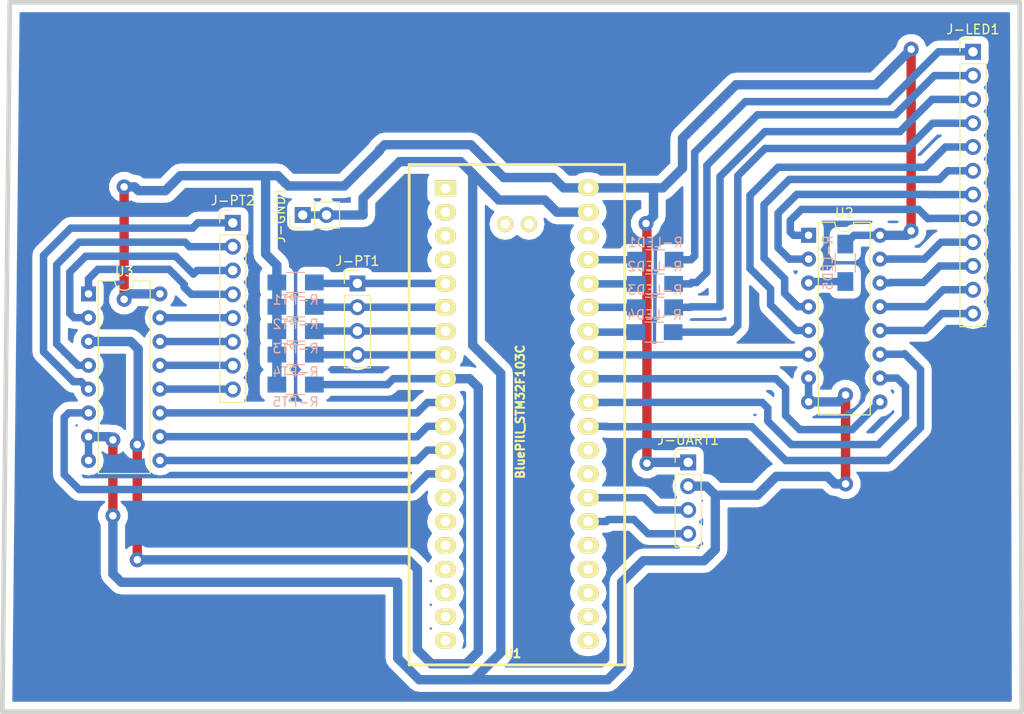
<source format=kicad_pcb>
(kicad_pcb (version 4) (host pcbnew 4.0.6)

  (general
    (links 61)
    (no_connects 0)
    (area 41.749999 20.749999 151.050001 96.950001)
    (thickness 1.6)
    (drawings 4)
    (tracks 319)
    (zones 0)
    (modules 18)
    (nets 64)
  )

  (page User 200 150.012)
  (layers
    (0 F.Cu signal)
    (31 B.Cu signal)
    (32 B.Adhes user)
    (33 F.Adhes user)
    (34 B.Paste user)
    (35 F.Paste user)
    (36 B.SilkS user)
    (37 F.SilkS user)
    (38 B.Mask user)
    (39 F.Mask user)
    (40 Dwgs.User user)
    (41 Cmts.User user)
    (42 Eco1.User user)
    (43 Eco2.User user)
    (44 Edge.Cuts user)
    (45 Margin user)
    (46 B.CrtYd user)
    (47 F.CrtYd user)
    (48 B.Fab user)
    (49 F.Fab user)
  )

  (setup
    (last_trace_width 0.25)
    (user_trace_width 0.6)
    (user_trace_width 0.8)
    (user_trace_width 1)
    (user_trace_width 1.2)
    (trace_clearance 0.15)
    (zone_clearance 0.8)
    (zone_45_only no)
    (trace_min 0.2)
    (segment_width 0.2)
    (edge_width 0.5)
    (via_size 1.6)
    (via_drill 0.8)
    (via_min_size 0.4)
    (via_min_drill 0.3)
    (uvia_size 0.3)
    (uvia_drill 0.1)
    (uvias_allowed no)
    (uvia_min_size 0.2)
    (uvia_min_drill 0.1)
    (pcb_text_width 0.3)
    (pcb_text_size 1.5 1.5)
    (mod_edge_width 0.15)
    (mod_text_size 1 1)
    (mod_text_width 0.15)
    (pad_size 1.524 1.524)
    (pad_drill 0.762)
    (pad_to_mask_clearance 0.2)
    (aux_axis_origin 0 0)
    (visible_elements FFFFFF7F)
    (pcbplotparams
      (layerselection 0x00030_80000001)
      (usegerberextensions false)
      (excludeedgelayer true)
      (linewidth 0.100000)
      (plotframeref false)
      (viasonmask false)
      (mode 1)
      (useauxorigin false)
      (hpglpennumber 1)
      (hpglpenspeed 20)
      (hpglpendiameter 15)
      (hpglpenoverlay 2)
      (psnegative false)
      (psa4output false)
      (plotreference true)
      (plotvalue true)
      (plotinvisibletext false)
      (padsonsilk false)
      (subtractmaskfromsilk false)
      (outputformat 1)
      (mirror false)
      (drillshape 1)
      (scaleselection 1)
      (outputdirectory ""))
  )

  (net 0 "")
  (net 1 VSS)
  (net 2 VDD)
  (net 3 /RX)
  (net 4 /TX)
  (net 5 "Net-(R-LED1-Pad2)")
  (net 6 "Net-(R-LED2-Pad2)")
  (net 7 "Net-(R-LED3-Pad2)")
  (net 8 "Net-(R-LED4-Pad2)")
  (net 9 "Net-(R-LED5-Pad2)")
  (net 10 "Net-(U1-Pad1)")
  (net 11 "Net-(U1-Pad2)")
  (net 12 "Net-(U1-Pad3)")
  (net 13 "Net-(U1-Pad4)")
  (net 14 "Net-(U1-Pad14)")
  (net 15 "Net-(U1-Pad15)")
  (net 16 "Net-(U1-Pad16)")
  (net 17 "Net-(U1-Pad17)")
  (net 18 "Net-(U1-Pad18)")
  (net 19 "Net-(U1-Pad19)")
  (net 20 "Net-(U1-Pad20)")
  (net 21 "Net-(U1-Pad21)")
  (net 22 "Net-(U1-Pad22)")
  (net 23 "Net-(U1-Pad23)")
  (net 24 "Net-(U1-Pad24)")
  (net 25 "Net-(U1-Pad25)")
  (net 26 "Net-(U1-Pad28)")
  (net 27 "Net-(U1-Pad29)")
  (net 28 "Net-(U1-Pad38)")
  (net 29 "Net-(U1-Pad41)")
  (net 30 "Net-(U1-Pad42)")
  (net 31 /L_A)
  (net 32 /L_B)
  (net 33 /L_C)
  (net 34 /L_INH)
  (net 35 /L0)
  (net 36 /L1)
  (net 37 /L2)
  (net 38 /L3)
  (net 39 /L4)
  (net 40 /L5)
  (net 41 /L6)
  (net 42 /L7)
  (net 43 /L8)
  (net 44 /L9)
  (net 45 /L10)
  (net 46 /L11)
  (net 47 /P0)
  (net 48 /P1)
  (net 49 /P2)
  (net 50 /P3)
  (net 51 /P_ADC)
  (net 52 /P4)
  (net 53 /P5)
  (net 54 /P6)
  (net 55 /P7)
  (net 56 /P8)
  (net 57 /P9)
  (net 58 /P10)
  (net 59 /P11)
  (net 60 /P_A)
  (net 61 /P_B)
  (net 62 /P_C)
  (net 63 /P_INH)

  (net_class Default "This is the default net class."
    (clearance 0.15)
    (trace_width 0.25)
    (via_dia 1.6)
    (via_drill 0.8)
    (uvia_dia 0.3)
    (uvia_drill 0.1)
    (add_net /L0)
    (add_net /L1)
    (add_net /L10)
    (add_net /L11)
    (add_net /L2)
    (add_net /L3)
    (add_net /L4)
    (add_net /L5)
    (add_net /L6)
    (add_net /L7)
    (add_net /L8)
    (add_net /L9)
    (add_net /L_A)
    (add_net /L_B)
    (add_net /L_C)
    (add_net /L_INH)
    (add_net /P0)
    (add_net /P1)
    (add_net /P10)
    (add_net /P11)
    (add_net /P2)
    (add_net /P3)
    (add_net /P4)
    (add_net /P5)
    (add_net /P6)
    (add_net /P7)
    (add_net /P8)
    (add_net /P9)
    (add_net /P_A)
    (add_net /P_ADC)
    (add_net /P_B)
    (add_net /P_C)
    (add_net /P_INH)
    (add_net /RX)
    (add_net /TX)
    (add_net "Net-(R-LED1-Pad2)")
    (add_net "Net-(R-LED2-Pad2)")
    (add_net "Net-(R-LED3-Pad2)")
    (add_net "Net-(R-LED4-Pad2)")
    (add_net "Net-(R-LED5-Pad2)")
    (add_net "Net-(U1-Pad1)")
    (add_net "Net-(U1-Pad14)")
    (add_net "Net-(U1-Pad15)")
    (add_net "Net-(U1-Pad16)")
    (add_net "Net-(U1-Pad17)")
    (add_net "Net-(U1-Pad18)")
    (add_net "Net-(U1-Pad19)")
    (add_net "Net-(U1-Pad2)")
    (add_net "Net-(U1-Pad20)")
    (add_net "Net-(U1-Pad21)")
    (add_net "Net-(U1-Pad22)")
    (add_net "Net-(U1-Pad23)")
    (add_net "Net-(U1-Pad24)")
    (add_net "Net-(U1-Pad25)")
    (add_net "Net-(U1-Pad28)")
    (add_net "Net-(U1-Pad29)")
    (add_net "Net-(U1-Pad3)")
    (add_net "Net-(U1-Pad38)")
    (add_net "Net-(U1-Pad4)")
    (add_net "Net-(U1-Pad41)")
    (add_net "Net-(U1-Pad42)")
    (add_net VDD)
    (add_net VSS)
  )

  (module Pin_Headers:Pin_Header_Straight_1x02_Pitch2.54mm (layer F.Cu) (tedit 5862ED52) (tstamp 5C4025C6)
    (at 74.06 43.7 90)
    (descr "Through hole straight pin header, 1x02, 2.54mm pitch, single row")
    (tags "Through hole pin header THT 1x02 2.54mm single row")
    (path /5C40238D)
    (fp_text reference J-GND1 (at 0 -2.39 90) (layer F.SilkS)
      (effects (font (size 1 1) (thickness 0.15)))
    )
    (fp_text value CONN_01X02 (at 0 4.93 90) (layer F.Fab)
      (effects (font (size 1 1) (thickness 0.15)))
    )
    (fp_line (start -1.27 -1.27) (end -1.27 3.81) (layer F.Fab) (width 0.1))
    (fp_line (start -1.27 3.81) (end 1.27 3.81) (layer F.Fab) (width 0.1))
    (fp_line (start 1.27 3.81) (end 1.27 -1.27) (layer F.Fab) (width 0.1))
    (fp_line (start 1.27 -1.27) (end -1.27 -1.27) (layer F.Fab) (width 0.1))
    (fp_line (start -1.39 1.27) (end -1.39 3.93) (layer F.SilkS) (width 0.12))
    (fp_line (start -1.39 3.93) (end 1.39 3.93) (layer F.SilkS) (width 0.12))
    (fp_line (start 1.39 3.93) (end 1.39 1.27) (layer F.SilkS) (width 0.12))
    (fp_line (start 1.39 1.27) (end -1.39 1.27) (layer F.SilkS) (width 0.12))
    (fp_line (start -1.39 0) (end -1.39 -1.39) (layer F.SilkS) (width 0.12))
    (fp_line (start -1.39 -1.39) (end 0 -1.39) (layer F.SilkS) (width 0.12))
    (fp_line (start -1.6 -1.6) (end -1.6 4.1) (layer F.CrtYd) (width 0.05))
    (fp_line (start -1.6 4.1) (end 1.6 4.1) (layer F.CrtYd) (width 0.05))
    (fp_line (start 1.6 4.1) (end 1.6 -1.6) (layer F.CrtYd) (width 0.05))
    (fp_line (start 1.6 -1.6) (end -1.6 -1.6) (layer F.CrtYd) (width 0.05))
    (pad 1 thru_hole rect (at 0 0 90) (size 1.7 1.7) (drill 1) (layers *.Cu *.Mask)
      (net 1 VSS))
    (pad 2 thru_hole oval (at 0 2.54 90) (size 1.7 1.7) (drill 1) (layers *.Cu *.Mask)
      (net 1 VSS))
    (model Pin_Headers.3dshapes/Pin_Header_Straight_1x02_Pitch2.54mm.wrl
      (at (xyz 0 -0.05 0))
      (scale (xyz 1 1 1))
      (rotate (xyz 0 0 90))
    )
  )

  (module Pin_Headers:Pin_Header_Straight_1x04_Pitch2.54mm (layer F.Cu) (tedit 5862ED52) (tstamp 5C4025CE)
    (at 115.2 70.1)
    (descr "Through hole straight pin header, 1x04, 2.54mm pitch, single row")
    (tags "Through hole pin header THT 1x04 2.54mm single row")
    (path /5C401E60)
    (fp_text reference J-UART1 (at 0 -2.39) (layer F.SilkS)
      (effects (font (size 1 1) (thickness 0.15)))
    )
    (fp_text value CONN_01X04 (at 0 10.01) (layer F.Fab)
      (effects (font (size 1 1) (thickness 0.15)))
    )
    (fp_line (start -1.27 -1.27) (end -1.27 8.89) (layer F.Fab) (width 0.1))
    (fp_line (start -1.27 8.89) (end 1.27 8.89) (layer F.Fab) (width 0.1))
    (fp_line (start 1.27 8.89) (end 1.27 -1.27) (layer F.Fab) (width 0.1))
    (fp_line (start 1.27 -1.27) (end -1.27 -1.27) (layer F.Fab) (width 0.1))
    (fp_line (start -1.39 1.27) (end -1.39 9.01) (layer F.SilkS) (width 0.12))
    (fp_line (start -1.39 9.01) (end 1.39 9.01) (layer F.SilkS) (width 0.12))
    (fp_line (start 1.39 9.01) (end 1.39 1.27) (layer F.SilkS) (width 0.12))
    (fp_line (start 1.39 1.27) (end -1.39 1.27) (layer F.SilkS) (width 0.12))
    (fp_line (start -1.39 0) (end -1.39 -1.39) (layer F.SilkS) (width 0.12))
    (fp_line (start -1.39 -1.39) (end 0 -1.39) (layer F.SilkS) (width 0.12))
    (fp_line (start -1.6 -1.6) (end -1.6 9.2) (layer F.CrtYd) (width 0.05))
    (fp_line (start -1.6 9.2) (end 1.6 9.2) (layer F.CrtYd) (width 0.05))
    (fp_line (start 1.6 9.2) (end 1.6 -1.6) (layer F.CrtYd) (width 0.05))
    (fp_line (start 1.6 -1.6) (end -1.6 -1.6) (layer F.CrtYd) (width 0.05))
    (pad 1 thru_hole rect (at 0 0) (size 1.7 1.7) (drill 1) (layers *.Cu *.Mask)
      (net 2 VDD))
    (pad 2 thru_hole oval (at 0 2.54) (size 1.7 1.7) (drill 1) (layers *.Cu *.Mask)
      (net 1 VSS))
    (pad 3 thru_hole oval (at 0 5.08) (size 1.7 1.7) (drill 1) (layers *.Cu *.Mask)
      (net 3 /RX))
    (pad 4 thru_hole oval (at 0 7.62) (size 1.7 1.7) (drill 1) (layers *.Cu *.Mask)
      (net 4 /TX))
    (model Pin_Headers.3dshapes/Pin_Header_Straight_1x04_Pitch2.54mm.wrl
      (at (xyz 0 -0.15 0))
      (scale (xyz 1 1 1))
      (rotate (xyz 0 0 90))
    )
  )

  (module Resistors_SMD:R_1206_HandSoldering (layer B.Cu) (tedit 58AADA36) (tstamp 5C4025D4)
    (at 111.7 48.475 180)
    (descr "Resistor SMD 1206, hand soldering")
    (tags "resistor 1206")
    (path /5C402778)
    (attr smd)
    (fp_text reference R-LED1 (at 0 1.85 180) (layer B.SilkS)
      (effects (font (size 1 1) (thickness 0.15)) (justify mirror))
    )
    (fp_text value 100 (at 0 -1.9 180) (layer B.Fab)
      (effects (font (size 1 1) (thickness 0.15)) (justify mirror))
    )
    (fp_text user %R (at 0 1.85 180) (layer B.Fab)
      (effects (font (size 1 1) (thickness 0.15)) (justify mirror))
    )
    (fp_line (start -1.6 -0.8) (end -1.6 0.8) (layer B.Fab) (width 0.1))
    (fp_line (start 1.6 -0.8) (end -1.6 -0.8) (layer B.Fab) (width 0.1))
    (fp_line (start 1.6 0.8) (end 1.6 -0.8) (layer B.Fab) (width 0.1))
    (fp_line (start -1.6 0.8) (end 1.6 0.8) (layer B.Fab) (width 0.1))
    (fp_line (start 1 -1.07) (end -1 -1.07) (layer B.SilkS) (width 0.12))
    (fp_line (start -1 1.07) (end 1 1.07) (layer B.SilkS) (width 0.12))
    (fp_line (start -3.25 1.11) (end 3.25 1.11) (layer B.CrtYd) (width 0.05))
    (fp_line (start -3.25 1.11) (end -3.25 -1.1) (layer B.CrtYd) (width 0.05))
    (fp_line (start 3.25 -1.1) (end 3.25 1.11) (layer B.CrtYd) (width 0.05))
    (fp_line (start 3.25 -1.1) (end -3.25 -1.1) (layer B.CrtYd) (width 0.05))
    (pad 1 smd rect (at -2 0 180) (size 2 1.7) (layers B.Cu B.Paste B.Mask)
      (net 35 /L0))
    (pad 2 smd rect (at 2 0 180) (size 2 1.7) (layers B.Cu B.Paste B.Mask)
      (net 5 "Net-(R-LED1-Pad2)"))
    (model Resistors_SMD.3dshapes/R_1206.wrl
      (at (xyz 0 0 0))
      (scale (xyz 1 1 1))
      (rotate (xyz 0 0 0))
    )
  )

  (module Resistors_SMD:R_1206_HandSoldering (layer B.Cu) (tedit 58AADA36) (tstamp 5C4025DA)
    (at 111.65 51.05 180)
    (descr "Resistor SMD 1206, hand soldering")
    (tags "resistor 1206")
    (path /5C402AEA)
    (attr smd)
    (fp_text reference R-LED2 (at 0 1.85 180) (layer B.SilkS)
      (effects (font (size 1 1) (thickness 0.15)) (justify mirror))
    )
    (fp_text value 100 (at 0 -1.9 180) (layer B.Fab)
      (effects (font (size 1 1) (thickness 0.15)) (justify mirror))
    )
    (fp_text user %R (at 0 1.85 180) (layer B.Fab)
      (effects (font (size 1 1) (thickness 0.15)) (justify mirror))
    )
    (fp_line (start -1.6 -0.8) (end -1.6 0.8) (layer B.Fab) (width 0.1))
    (fp_line (start 1.6 -0.8) (end -1.6 -0.8) (layer B.Fab) (width 0.1))
    (fp_line (start 1.6 0.8) (end 1.6 -0.8) (layer B.Fab) (width 0.1))
    (fp_line (start -1.6 0.8) (end 1.6 0.8) (layer B.Fab) (width 0.1))
    (fp_line (start 1 -1.07) (end -1 -1.07) (layer B.SilkS) (width 0.12))
    (fp_line (start -1 1.07) (end 1 1.07) (layer B.SilkS) (width 0.12))
    (fp_line (start -3.25 1.11) (end 3.25 1.11) (layer B.CrtYd) (width 0.05))
    (fp_line (start -3.25 1.11) (end -3.25 -1.1) (layer B.CrtYd) (width 0.05))
    (fp_line (start 3.25 -1.1) (end 3.25 1.11) (layer B.CrtYd) (width 0.05))
    (fp_line (start 3.25 -1.1) (end -3.25 -1.1) (layer B.CrtYd) (width 0.05))
    (pad 1 smd rect (at -2 0 180) (size 2 1.7) (layers B.Cu B.Paste B.Mask)
      (net 36 /L1))
    (pad 2 smd rect (at 2 0 180) (size 2 1.7) (layers B.Cu B.Paste B.Mask)
      (net 6 "Net-(R-LED2-Pad2)"))
    (model Resistors_SMD.3dshapes/R_1206.wrl
      (at (xyz 0 0 0))
      (scale (xyz 1 1 1))
      (rotate (xyz 0 0 0))
    )
  )

  (module Resistors_SMD:R_1206_HandSoldering (layer B.Cu) (tedit 58AADA36) (tstamp 5C4025E0)
    (at 111.65 53.55 180)
    (descr "Resistor SMD 1206, hand soldering")
    (tags "resistor 1206")
    (path /5C402B64)
    (attr smd)
    (fp_text reference R-LED3 (at 0 1.85 180) (layer B.SilkS)
      (effects (font (size 1 1) (thickness 0.15)) (justify mirror))
    )
    (fp_text value 100 (at 0 -1.9 180) (layer B.Fab)
      (effects (font (size 1 1) (thickness 0.15)) (justify mirror))
    )
    (fp_text user %R (at 0 1.85 180) (layer B.Fab)
      (effects (font (size 1 1) (thickness 0.15)) (justify mirror))
    )
    (fp_line (start -1.6 -0.8) (end -1.6 0.8) (layer B.Fab) (width 0.1))
    (fp_line (start 1.6 -0.8) (end -1.6 -0.8) (layer B.Fab) (width 0.1))
    (fp_line (start 1.6 0.8) (end 1.6 -0.8) (layer B.Fab) (width 0.1))
    (fp_line (start -1.6 0.8) (end 1.6 0.8) (layer B.Fab) (width 0.1))
    (fp_line (start 1 -1.07) (end -1 -1.07) (layer B.SilkS) (width 0.12))
    (fp_line (start -1 1.07) (end 1 1.07) (layer B.SilkS) (width 0.12))
    (fp_line (start -3.25 1.11) (end 3.25 1.11) (layer B.CrtYd) (width 0.05))
    (fp_line (start -3.25 1.11) (end -3.25 -1.1) (layer B.CrtYd) (width 0.05))
    (fp_line (start 3.25 -1.1) (end 3.25 1.11) (layer B.CrtYd) (width 0.05))
    (fp_line (start 3.25 -1.1) (end -3.25 -1.1) (layer B.CrtYd) (width 0.05))
    (pad 1 smd rect (at -2 0 180) (size 2 1.7) (layers B.Cu B.Paste B.Mask)
      (net 37 /L2))
    (pad 2 smd rect (at 2 0 180) (size 2 1.7) (layers B.Cu B.Paste B.Mask)
      (net 7 "Net-(R-LED3-Pad2)"))
    (model Resistors_SMD.3dshapes/R_1206.wrl
      (at (xyz 0 0 0))
      (scale (xyz 1 1 1))
      (rotate (xyz 0 0 0))
    )
  )

  (module Resistors_SMD:R_1206_HandSoldering (layer B.Cu) (tedit 58AADA36) (tstamp 5C4025E6)
    (at 111.6 56.2 180)
    (descr "Resistor SMD 1206, hand soldering")
    (tags "resistor 1206")
    (path /5C402B6A)
    (attr smd)
    (fp_text reference R-LED4 (at 0 1.85 180) (layer B.SilkS)
      (effects (font (size 1 1) (thickness 0.15)) (justify mirror))
    )
    (fp_text value 100 (at 0 -1.9 180) (layer B.Fab)
      (effects (font (size 1 1) (thickness 0.15)) (justify mirror))
    )
    (fp_text user %R (at 0 1.85 180) (layer B.Fab)
      (effects (font (size 1 1) (thickness 0.15)) (justify mirror))
    )
    (fp_line (start -1.6 -0.8) (end -1.6 0.8) (layer B.Fab) (width 0.1))
    (fp_line (start 1.6 -0.8) (end -1.6 -0.8) (layer B.Fab) (width 0.1))
    (fp_line (start 1.6 0.8) (end 1.6 -0.8) (layer B.Fab) (width 0.1))
    (fp_line (start -1.6 0.8) (end 1.6 0.8) (layer B.Fab) (width 0.1))
    (fp_line (start 1 -1.07) (end -1 -1.07) (layer B.SilkS) (width 0.12))
    (fp_line (start -1 1.07) (end 1 1.07) (layer B.SilkS) (width 0.12))
    (fp_line (start -3.25 1.11) (end 3.25 1.11) (layer B.CrtYd) (width 0.05))
    (fp_line (start -3.25 1.11) (end -3.25 -1.1) (layer B.CrtYd) (width 0.05))
    (fp_line (start 3.25 -1.1) (end 3.25 1.11) (layer B.CrtYd) (width 0.05))
    (fp_line (start 3.25 -1.1) (end -3.25 -1.1) (layer B.CrtYd) (width 0.05))
    (pad 1 smd rect (at -2 0 180) (size 2 1.7) (layers B.Cu B.Paste B.Mask)
      (net 38 /L3))
    (pad 2 smd rect (at 2 0 180) (size 2 1.7) (layers B.Cu B.Paste B.Mask)
      (net 8 "Net-(R-LED4-Pad2)"))
    (model Resistors_SMD.3dshapes/R_1206.wrl
      (at (xyz 0 0 0))
      (scale (xyz 1 1 1))
      (rotate (xyz 0 0 0))
    )
  )

  (module Resistors_SMD:R_1206_HandSoldering (layer B.Cu) (tedit 58AADA36) (tstamp 5C4025EC)
    (at 131.975 48.8 270)
    (descr "Resistor SMD 1206, hand soldering")
    (tags "resistor 1206")
    (path /5C402B8C)
    (attr smd)
    (fp_text reference R-LED5 (at 0 1.85 270) (layer B.SilkS)
      (effects (font (size 1 1) (thickness 0.15)) (justify mirror))
    )
    (fp_text value 100 (at 0 -1.9 270) (layer B.Fab)
      (effects (font (size 1 1) (thickness 0.15)) (justify mirror))
    )
    (fp_text user %R (at 0 1.85 270) (layer B.Fab)
      (effects (font (size 1 1) (thickness 0.15)) (justify mirror))
    )
    (fp_line (start -1.6 -0.8) (end -1.6 0.8) (layer B.Fab) (width 0.1))
    (fp_line (start 1.6 -0.8) (end -1.6 -0.8) (layer B.Fab) (width 0.1))
    (fp_line (start 1.6 0.8) (end 1.6 -0.8) (layer B.Fab) (width 0.1))
    (fp_line (start -1.6 0.8) (end 1.6 0.8) (layer B.Fab) (width 0.1))
    (fp_line (start 1 -1.07) (end -1 -1.07) (layer B.SilkS) (width 0.12))
    (fp_line (start -1 1.07) (end 1 1.07) (layer B.SilkS) (width 0.12))
    (fp_line (start -3.25 1.11) (end 3.25 1.11) (layer B.CrtYd) (width 0.05))
    (fp_line (start -3.25 1.11) (end -3.25 -1.1) (layer B.CrtYd) (width 0.05))
    (fp_line (start 3.25 -1.1) (end 3.25 1.11) (layer B.CrtYd) (width 0.05))
    (fp_line (start 3.25 -1.1) (end -3.25 -1.1) (layer B.CrtYd) (width 0.05))
    (pad 1 smd rect (at -2 0 270) (size 2 1.7) (layers B.Cu B.Paste B.Mask)
      (net 2 VDD))
    (pad 2 smd rect (at 2 0 270) (size 2 1.7) (layers B.Cu B.Paste B.Mask)
      (net 9 "Net-(R-LED5-Pad2)"))
    (model Resistors_SMD.3dshapes/R_1206.wrl
      (at (xyz 0 0 0))
      (scale (xyz 1 1 1))
      (rotate (xyz 0 0 0))
    )
  )

  (module BluePill_breakouts:BluePill_STM32F103C (layer F.Cu) (tedit 59B4EF3F) (tstamp 5C40261A)
    (at 89.3011 40.9036)
    (descr "STM32F103C8 BluePill board")
    (path /5C401DAB)
    (fp_text reference U1 (at 7.1628 49.6062 180) (layer F.SilkS)
      (effects (font (size 0.889 0.889) (thickness 0.3048)))
    )
    (fp_text value BluePill_STM32F103C (at 7.9756 23.7998 90) (layer F.SilkS)
      (effects (font (size 0.889 0.889) (thickness 0.22225)))
    )
    (fp_line (start 19.12 -2.59) (end 19.12 50.81) (layer F.SilkS) (width 0.3048))
    (fp_line (start 19.12 50.81) (end -3.88 50.81) (layer F.SilkS) (width 0.3048))
    (fp_line (start -3.88 50.81) (end -3.88 -2.59) (layer F.SilkS) (width 0.3048))
    (fp_line (start -3.88 -2.59) (end 19.12 -2.59) (layer F.SilkS) (width 0.3048))
    (pad 1 thru_hole rect (at 0 -0.0508 270) (size 1.7272 2.25) (drill 1.016) (layers *.Cu *.Mask F.SilkS)
      (net 10 "Net-(U1-Pad1)"))
    (pad 2 thru_hole oval (at 0 2.4892 270) (size 1.7272 2.25) (drill 1.016) (layers *.Cu *.Mask F.SilkS)
      (net 11 "Net-(U1-Pad2)"))
    (pad 3 thru_hole oval (at 0 5.0292 270) (size 1.7272 2.25) (drill 1.016) (layers *.Cu *.Mask F.SilkS)
      (net 12 "Net-(U1-Pad3)"))
    (pad 4 thru_hole oval (at 0 7.5692 270) (size 1.7272 2.25) (drill 1.016) (layers *.Cu *.Mask F.SilkS)
      (net 13 "Net-(U1-Pad4)"))
    (pad 5 thru_hole oval (at 0 10.1092 270) (size 1.7272 2.25) (drill 1.016) (layers *.Cu *.Mask F.SilkS)
      (net 47 /P0))
    (pad 6 thru_hole oval (at 0 12.6492 270) (size 1.7272 2.25) (drill 1.016) (layers *.Cu *.Mask F.SilkS)
      (net 48 /P1))
    (pad 7 thru_hole oval (at 0 15.1892 270) (size 1.7272 2.25) (drill 1.016) (layers *.Cu *.Mask F.SilkS)
      (net 49 /P2))
    (pad 8 thru_hole oval (at 0 17.7292 270) (size 1.7272 2.25) (drill 1.016) (layers *.Cu *.Mask F.SilkS)
      (net 50 /P3))
    (pad 9 thru_hole oval (at 0 20.2692 270) (size 1.7272 2.25) (drill 1.016) (layers *.Cu *.Mask F.SilkS)
      (net 51 /P_ADC))
    (pad 10 thru_hole oval (at 0 22.8092 270) (size 1.7272 2.25) (drill 1.016) (layers *.Cu *.Mask F.SilkS)
      (net 60 /P_A))
    (pad 11 thru_hole oval (at 0 25.3492 270) (size 1.7272 2.25) (drill 1.016) (layers *.Cu *.Mask F.SilkS)
      (net 61 /P_B))
    (pad 12 thru_hole oval (at 0 27.8892 270) (size 1.7272 2.25) (drill 1.016) (layers *.Cu *.Mask F.SilkS)
      (net 62 /P_C))
    (pad 13 thru_hole oval (at 0 30.4292 270) (size 1.7272 2.25) (drill 1.016) (layers *.Cu *.Mask F.SilkS)
      (net 63 /P_INH))
    (pad 14 thru_hole oval (at 0 32.9692 270) (size 1.7272 2.25) (drill 1.016) (layers *.Cu *.Mask F.SilkS)
      (net 14 "Net-(U1-Pad14)"))
    (pad 15 thru_hole oval (at 0 35.5092 270) (size 1.7272 2.25) (drill 1.016) (layers *.Cu *.Mask F.SilkS)
      (net 15 "Net-(U1-Pad15)"))
    (pad 16 thru_hole oval (at 0 38.0492 270) (size 1.7272 2.25) (drill 1.016) (layers *.Cu *.Mask F.SilkS)
      (net 16 "Net-(U1-Pad16)"))
    (pad 17 thru_hole oval (at 0 40.5892 270) (size 1.7272 2.25) (drill 1.016) (layers *.Cu *.Mask F.SilkS)
      (net 17 "Net-(U1-Pad17)"))
    (pad 18 thru_hole oval (at 0 43.1292 270) (size 1.7272 2.25) (drill 1.016) (layers *.Cu *.Mask F.SilkS)
      (net 18 "Net-(U1-Pad18)"))
    (pad 19 thru_hole oval (at 0 45.6692 270) (size 1.7272 2.25) (drill 1.016) (layers *.Cu *.Mask F.SilkS)
      (net 19 "Net-(U1-Pad19)"))
    (pad 20 thru_hole oval (at 0 48.2092 270) (size 1.7272 2.25) (drill 1.016) (layers *.Cu *.Mask F.SilkS)
      (net 20 "Net-(U1-Pad20)"))
    (pad 21 thru_hole oval (at 15.24 48.2092 90) (size 1.7272 2.25) (drill 1.016) (layers *.Cu *.Mask F.SilkS)
      (net 21 "Net-(U1-Pad21)"))
    (pad 22 thru_hole oval (at 15.24 45.6692 90) (size 1.7272 2.25) (drill 1.016) (layers *.Cu *.Mask F.SilkS)
      (net 22 "Net-(U1-Pad22)"))
    (pad 23 thru_hole oval (at 15.24 43.1292 90) (size 1.7272 2.25) (drill 1.016) (layers *.Cu *.Mask F.SilkS)
      (net 23 "Net-(U1-Pad23)"))
    (pad 24 thru_hole oval (at 15.24 40.5892 90) (size 1.7272 2.25) (drill 1.016) (layers *.Cu *.Mask F.SilkS)
      (net 24 "Net-(U1-Pad24)"))
    (pad 25 thru_hole oval (at 15.24 38.0492 90) (size 1.7272 2.25) (drill 1.016) (layers *.Cu *.Mask F.SilkS)
      (net 25 "Net-(U1-Pad25)"))
    (pad 26 thru_hole oval (at 15.24 35.5092 90) (size 1.7272 2.25) (drill 1.016) (layers *.Cu *.Mask F.SilkS)
      (net 4 /TX))
    (pad 27 thru_hole oval (at 15.24 32.9692 90) (size 1.7272 2.25) (drill 1.016) (layers *.Cu *.Mask F.SilkS)
      (net 3 /RX))
    (pad 28 thru_hole oval (at 15.24 30.4292 90) (size 1.7272 2.25) (drill 1.016) (layers *.Cu *.Mask F.SilkS)
      (net 26 "Net-(U1-Pad28)"))
    (pad 29 thru_hole oval (at 15.24 27.8892 90) (size 1.7272 2.25) (drill 1.016) (layers *.Cu *.Mask F.SilkS)
      (net 27 "Net-(U1-Pad29)"))
    (pad 30 thru_hole oval (at 15.24 25.3492 90) (size 1.7272 2.25) (drill 1.016) (layers *.Cu *.Mask F.SilkS)
      (net 31 /L_A))
    (pad 31 thru_hole oval (at 15.24 22.8092 90) (size 1.7272 2.25) (drill 1.016) (layers *.Cu *.Mask F.SilkS)
      (net 32 /L_B))
    (pad 32 thru_hole oval (at 15.24 20.2692 90) (size 1.7272 2.25) (drill 1.016) (layers *.Cu *.Mask F.SilkS)
      (net 33 /L_C))
    (pad 33 thru_hole oval (at 15.24 17.7292 90) (size 1.7272 2.25) (drill 1.016) (layers *.Cu *.Mask F.SilkS)
      (net 34 /L_INH))
    (pad 34 thru_hole oval (at 15.24 15.1892 90) (size 1.7272 2.25) (drill 1.016) (layers *.Cu *.Mask F.SilkS)
      (net 8 "Net-(R-LED4-Pad2)"))
    (pad 35 thru_hole oval (at 15.24 12.6492 90) (size 1.7272 2.25) (drill 1.016) (layers *.Cu *.Mask F.SilkS)
      (net 7 "Net-(R-LED3-Pad2)"))
    (pad 36 thru_hole oval (at 15.24 10.1092 90) (size 1.7272 2.25) (drill 1.016) (layers *.Cu *.Mask F.SilkS)
      (net 6 "Net-(R-LED2-Pad2)"))
    (pad 37 thru_hole oval (at 15.24 7.5692 90) (size 1.7272 2.25) (drill 1.016) (layers *.Cu *.Mask F.SilkS)
      (net 5 "Net-(R-LED1-Pad2)"))
    (pad 38 thru_hole oval (at 15.24 5.0292 90) (size 1.7272 2.25) (drill 1.016) (layers *.Cu *.Mask F.SilkS)
      (net 28 "Net-(U1-Pad38)"))
    (pad 39 thru_hole oval (at 15.24 2.4892 90) (size 1.7272 2.25) (drill 1.016) (layers *.Cu *.Mask F.SilkS)
      (net 1 VSS))
    (pad 40 thru_hole oval (at 15.24 -0.1016 90) (size 1.7272 2.25) (drill 1.016) (layers *.Cu *.Mask F.SilkS)
      (net 2 VDD))
    (pad 41 thru_hole oval (at 8.9 3.7592 90) (size 1.7272 1.7272) (drill 1.016) (layers *.Cu *.Mask F.SilkS)
      (net 29 "Net-(U1-Pad41)"))
    (pad 42 thru_hole oval (at 6.36 3.7592 90) (size 1.7272 1.7272) (drill 1.016) (layers *.Cu *.Mask F.SilkS)
      (net 30 "Net-(U1-Pad42)"))
  )

  (module Housings_DIP:DIP-16_W7.62mm (layer F.Cu) (tedit 586281B4) (tstamp 5C40262E)
    (at 128.055 45.865)
    (descr "16-lead dip package, row spacing 7.62 mm (300 mils)")
    (tags "DIL DIP PDIP 2.54mm 7.62mm 300mil")
    (path /5C403A3C)
    (fp_text reference U2 (at 3.81 -2.39) (layer F.SilkS)
      (effects (font (size 1 1) (thickness 0.15)))
    )
    (fp_text value 4051 (at 3.81 20.17) (layer F.Fab)
      (effects (font (size 1 1) (thickness 0.15)))
    )
    (fp_arc (start 3.81 -1.39) (end 2.81 -1.39) (angle -180) (layer F.SilkS) (width 0.12))
    (fp_line (start 1.635 -1.27) (end 6.985 -1.27) (layer F.Fab) (width 0.1))
    (fp_line (start 6.985 -1.27) (end 6.985 19.05) (layer F.Fab) (width 0.1))
    (fp_line (start 6.985 19.05) (end 0.635 19.05) (layer F.Fab) (width 0.1))
    (fp_line (start 0.635 19.05) (end 0.635 -0.27) (layer F.Fab) (width 0.1))
    (fp_line (start 0.635 -0.27) (end 1.635 -1.27) (layer F.Fab) (width 0.1))
    (fp_line (start 2.81 -1.39) (end 1.04 -1.39) (layer F.SilkS) (width 0.12))
    (fp_line (start 1.04 -1.39) (end 1.04 19.17) (layer F.SilkS) (width 0.12))
    (fp_line (start 1.04 19.17) (end 6.58 19.17) (layer F.SilkS) (width 0.12))
    (fp_line (start 6.58 19.17) (end 6.58 -1.39) (layer F.SilkS) (width 0.12))
    (fp_line (start 6.58 -1.39) (end 4.81 -1.39) (layer F.SilkS) (width 0.12))
    (fp_line (start -1.1 -1.6) (end -1.1 19.3) (layer F.CrtYd) (width 0.05))
    (fp_line (start -1.1 19.3) (end 8.7 19.3) (layer F.CrtYd) (width 0.05))
    (fp_line (start 8.7 19.3) (end 8.7 -1.6) (layer F.CrtYd) (width 0.05))
    (fp_line (start 8.7 -1.6) (end -1.1 -1.6) (layer F.CrtYd) (width 0.05))
    (pad 1 thru_hole rect (at 0 0) (size 1.6 1.6) (drill 0.8) (layers *.Cu *.Mask)
      (net 42 /L7))
    (pad 9 thru_hole oval (at 7.62 17.78) (size 1.6 1.6) (drill 0.8) (layers *.Cu *.Mask)
      (net 33 /L_C))
    (pad 2 thru_hole oval (at 0 2.54) (size 1.6 1.6) (drill 0.8) (layers *.Cu *.Mask)
      (net 41 /L6))
    (pad 10 thru_hole oval (at 7.62 15.24) (size 1.6 1.6) (drill 0.8) (layers *.Cu *.Mask)
      (net 32 /L_B))
    (pad 3 thru_hole oval (at 0 5.08) (size 1.6 1.6) (drill 0.8) (layers *.Cu *.Mask)
      (net 9 "Net-(R-LED5-Pad2)"))
    (pad 11 thru_hole oval (at 7.62 12.7) (size 1.6 1.6) (drill 0.8) (layers *.Cu *.Mask)
      (net 31 /L_A))
    (pad 4 thru_hole oval (at 0 7.62) (size 1.6 1.6) (drill 0.8) (layers *.Cu *.Mask)
      (net 40 /L5))
    (pad 12 thru_hole oval (at 7.62 10.16) (size 1.6 1.6) (drill 0.8) (layers *.Cu *.Mask)
      (net 46 /L11))
    (pad 5 thru_hole oval (at 0 10.16) (size 1.6 1.6) (drill 0.8) (layers *.Cu *.Mask)
      (net 39 /L4))
    (pad 13 thru_hole oval (at 7.62 7.62) (size 1.6 1.6) (drill 0.8) (layers *.Cu *.Mask)
      (net 45 /L10))
    (pad 6 thru_hole oval (at 0 12.7) (size 1.6 1.6) (drill 0.8) (layers *.Cu *.Mask)
      (net 34 /L_INH))
    (pad 14 thru_hole oval (at 7.62 5.08) (size 1.6 1.6) (drill 0.8) (layers *.Cu *.Mask)
      (net 44 /L9))
    (pad 7 thru_hole oval (at 0 15.24) (size 1.6 1.6) (drill 0.8) (layers *.Cu *.Mask)
      (net 1 VSS))
    (pad 15 thru_hole oval (at 7.62 2.54) (size 1.6 1.6) (drill 0.8) (layers *.Cu *.Mask)
      (net 43 /L8))
    (pad 8 thru_hole oval (at 0 17.78) (size 1.6 1.6) (drill 0.8) (layers *.Cu *.Mask)
      (net 1 VSS))
    (pad 16 thru_hole oval (at 7.62 0) (size 1.6 1.6) (drill 0.8) (layers *.Cu *.Mask)
      (net 2 VDD))
    (model Housings_DIP.3dshapes/DIP-16_W7.62mm.wrl
      (at (xyz 0 0 0))
      (scale (xyz 1 1 1))
      (rotate (xyz 0 0 0))
    )
  )

  (module Pin_Headers:Pin_Header_Straight_1x12_Pitch2.54mm (layer F.Cu) (tedit 5862ED52) (tstamp 5C402B06)
    (at 145.6 26.28)
    (descr "Through hole straight pin header, 1x12, 2.54mm pitch, single row")
    (tags "Through hole pin header THT 1x12 2.54mm single row")
    (path /5C404B49)
    (fp_text reference J-LED1 (at 0 -2.39) (layer F.SilkS)
      (effects (font (size 1 1) (thickness 0.15)))
    )
    (fp_text value CONN_01X12 (at 0 30.33) (layer F.Fab)
      (effects (font (size 1 1) (thickness 0.15)))
    )
    (fp_line (start -1.27 -1.27) (end -1.27 29.21) (layer F.Fab) (width 0.1))
    (fp_line (start -1.27 29.21) (end 1.27 29.21) (layer F.Fab) (width 0.1))
    (fp_line (start 1.27 29.21) (end 1.27 -1.27) (layer F.Fab) (width 0.1))
    (fp_line (start 1.27 -1.27) (end -1.27 -1.27) (layer F.Fab) (width 0.1))
    (fp_line (start -1.39 1.27) (end -1.39 29.33) (layer F.SilkS) (width 0.12))
    (fp_line (start -1.39 29.33) (end 1.39 29.33) (layer F.SilkS) (width 0.12))
    (fp_line (start 1.39 29.33) (end 1.39 1.27) (layer F.SilkS) (width 0.12))
    (fp_line (start 1.39 1.27) (end -1.39 1.27) (layer F.SilkS) (width 0.12))
    (fp_line (start -1.39 0) (end -1.39 -1.39) (layer F.SilkS) (width 0.12))
    (fp_line (start -1.39 -1.39) (end 0 -1.39) (layer F.SilkS) (width 0.12))
    (fp_line (start -1.6 -1.6) (end -1.6 29.5) (layer F.CrtYd) (width 0.05))
    (fp_line (start -1.6 29.5) (end 1.6 29.5) (layer F.CrtYd) (width 0.05))
    (fp_line (start 1.6 29.5) (end 1.6 -1.6) (layer F.CrtYd) (width 0.05))
    (fp_line (start 1.6 -1.6) (end -1.6 -1.6) (layer F.CrtYd) (width 0.05))
    (pad 1 thru_hole rect (at 0 0) (size 1.7 1.7) (drill 1) (layers *.Cu *.Mask)
      (net 35 /L0))
    (pad 2 thru_hole oval (at 0 2.54) (size 1.7 1.7) (drill 1) (layers *.Cu *.Mask)
      (net 36 /L1))
    (pad 3 thru_hole oval (at 0 5.08) (size 1.7 1.7) (drill 1) (layers *.Cu *.Mask)
      (net 37 /L2))
    (pad 4 thru_hole oval (at 0 7.62) (size 1.7 1.7) (drill 1) (layers *.Cu *.Mask)
      (net 38 /L3))
    (pad 5 thru_hole oval (at 0 10.16) (size 1.7 1.7) (drill 1) (layers *.Cu *.Mask)
      (net 39 /L4))
    (pad 6 thru_hole oval (at 0 12.7) (size 1.7 1.7) (drill 1) (layers *.Cu *.Mask)
      (net 40 /L5))
    (pad 7 thru_hole oval (at 0 15.24) (size 1.7 1.7) (drill 1) (layers *.Cu *.Mask)
      (net 41 /L6))
    (pad 8 thru_hole oval (at 0 17.78) (size 1.7 1.7) (drill 1) (layers *.Cu *.Mask)
      (net 42 /L7))
    (pad 9 thru_hole oval (at 0 20.32) (size 1.7 1.7) (drill 1) (layers *.Cu *.Mask)
      (net 43 /L8))
    (pad 10 thru_hole oval (at 0 22.86) (size 1.7 1.7) (drill 1) (layers *.Cu *.Mask)
      (net 44 /L9))
    (pad 11 thru_hole oval (at 0 25.4) (size 1.7 1.7) (drill 1) (layers *.Cu *.Mask)
      (net 45 /L10))
    (pad 12 thru_hole oval (at 0 27.94) (size 1.7 1.7) (drill 1) (layers *.Cu *.Mask)
      (net 46 /L11))
    (model Pin_Headers.3dshapes/Pin_Header_Straight_1x12_Pitch2.54mm.wrl
      (at (xyz 0 -0.55 0))
      (scale (xyz 1 1 1))
      (rotate (xyz 0 0 90))
    )
  )

  (module Resistors_SMD:R_1206_HandSoldering (layer B.Cu) (tedit 58AADA36) (tstamp 5C403158)
    (at 73.3 50.9)
    (descr "Resistor SMD 1206, hand soldering")
    (tags "resistor 1206")
    (path /5C407950)
    (attr smd)
    (fp_text reference R-PT1 (at 0 1.85) (layer B.SilkS)
      (effects (font (size 1 1) (thickness 0.15)) (justify mirror))
    )
    (fp_text value 100K (at 0 -1.9) (layer B.Fab)
      (effects (font (size 1 1) (thickness 0.15)) (justify mirror))
    )
    (fp_text user %R (at 0 1.85) (layer B.Fab)
      (effects (font (size 1 1) (thickness 0.15)) (justify mirror))
    )
    (fp_line (start -1.6 -0.8) (end -1.6 0.8) (layer B.Fab) (width 0.1))
    (fp_line (start 1.6 -0.8) (end -1.6 -0.8) (layer B.Fab) (width 0.1))
    (fp_line (start 1.6 0.8) (end 1.6 -0.8) (layer B.Fab) (width 0.1))
    (fp_line (start -1.6 0.8) (end 1.6 0.8) (layer B.Fab) (width 0.1))
    (fp_line (start 1 -1.07) (end -1 -1.07) (layer B.SilkS) (width 0.12))
    (fp_line (start -1 1.07) (end 1 1.07) (layer B.SilkS) (width 0.12))
    (fp_line (start -3.25 1.11) (end 3.25 1.11) (layer B.CrtYd) (width 0.05))
    (fp_line (start -3.25 1.11) (end -3.25 -1.1) (layer B.CrtYd) (width 0.05))
    (fp_line (start 3.25 -1.1) (end 3.25 1.11) (layer B.CrtYd) (width 0.05))
    (fp_line (start 3.25 -1.1) (end -3.25 -1.1) (layer B.CrtYd) (width 0.05))
    (pad 1 smd rect (at -2 0) (size 2 1.7) (layers B.Cu B.Paste B.Mask)
      (net 2 VDD))
    (pad 2 smd rect (at 2 0) (size 2 1.7) (layers B.Cu B.Paste B.Mask)
      (net 47 /P0))
    (model Resistors_SMD.3dshapes/R_1206.wrl
      (at (xyz 0 0 0))
      (scale (xyz 1 1 1))
      (rotate (xyz 0 0 0))
    )
  )

  (module Resistors_SMD:R_1206_HandSoldering (layer B.Cu) (tedit 58AADA36) (tstamp 5C40315E)
    (at 73.3 53.5)
    (descr "Resistor SMD 1206, hand soldering")
    (tags "resistor 1206")
    (path /5C40794A)
    (attr smd)
    (fp_text reference R-PT2 (at 0 1.85) (layer B.SilkS)
      (effects (font (size 1 1) (thickness 0.15)) (justify mirror))
    )
    (fp_text value 100K (at 0 -1.9) (layer B.Fab)
      (effects (font (size 1 1) (thickness 0.15)) (justify mirror))
    )
    (fp_text user %R (at 0 1.85) (layer B.Fab)
      (effects (font (size 1 1) (thickness 0.15)) (justify mirror))
    )
    (fp_line (start -1.6 -0.8) (end -1.6 0.8) (layer B.Fab) (width 0.1))
    (fp_line (start 1.6 -0.8) (end -1.6 -0.8) (layer B.Fab) (width 0.1))
    (fp_line (start 1.6 0.8) (end 1.6 -0.8) (layer B.Fab) (width 0.1))
    (fp_line (start -1.6 0.8) (end 1.6 0.8) (layer B.Fab) (width 0.1))
    (fp_line (start 1 -1.07) (end -1 -1.07) (layer B.SilkS) (width 0.12))
    (fp_line (start -1 1.07) (end 1 1.07) (layer B.SilkS) (width 0.12))
    (fp_line (start -3.25 1.11) (end 3.25 1.11) (layer B.CrtYd) (width 0.05))
    (fp_line (start -3.25 1.11) (end -3.25 -1.1) (layer B.CrtYd) (width 0.05))
    (fp_line (start 3.25 -1.1) (end 3.25 1.11) (layer B.CrtYd) (width 0.05))
    (fp_line (start 3.25 -1.1) (end -3.25 -1.1) (layer B.CrtYd) (width 0.05))
    (pad 1 smd rect (at -2 0) (size 2 1.7) (layers B.Cu B.Paste B.Mask)
      (net 2 VDD))
    (pad 2 smd rect (at 2 0) (size 2 1.7) (layers B.Cu B.Paste B.Mask)
      (net 48 /P1))
    (model Resistors_SMD.3dshapes/R_1206.wrl
      (at (xyz 0 0 0))
      (scale (xyz 1 1 1))
      (rotate (xyz 0 0 0))
    )
  )

  (module Resistors_SMD:R_1206_HandSoldering (layer B.Cu) (tedit 58AADA36) (tstamp 5C403164)
    (at 73.3 56.1)
    (descr "Resistor SMD 1206, hand soldering")
    (tags "resistor 1206")
    (path /5C407864)
    (attr smd)
    (fp_text reference R-PT3 (at 0 1.85) (layer B.SilkS)
      (effects (font (size 1 1) (thickness 0.15)) (justify mirror))
    )
    (fp_text value 100K (at 0 -1.9) (layer B.Fab)
      (effects (font (size 1 1) (thickness 0.15)) (justify mirror))
    )
    (fp_text user %R (at 0 1.85) (layer B.Fab)
      (effects (font (size 1 1) (thickness 0.15)) (justify mirror))
    )
    (fp_line (start -1.6 -0.8) (end -1.6 0.8) (layer B.Fab) (width 0.1))
    (fp_line (start 1.6 -0.8) (end -1.6 -0.8) (layer B.Fab) (width 0.1))
    (fp_line (start 1.6 0.8) (end 1.6 -0.8) (layer B.Fab) (width 0.1))
    (fp_line (start -1.6 0.8) (end 1.6 0.8) (layer B.Fab) (width 0.1))
    (fp_line (start 1 -1.07) (end -1 -1.07) (layer B.SilkS) (width 0.12))
    (fp_line (start -1 1.07) (end 1 1.07) (layer B.SilkS) (width 0.12))
    (fp_line (start -3.25 1.11) (end 3.25 1.11) (layer B.CrtYd) (width 0.05))
    (fp_line (start -3.25 1.11) (end -3.25 -1.1) (layer B.CrtYd) (width 0.05))
    (fp_line (start 3.25 -1.1) (end 3.25 1.11) (layer B.CrtYd) (width 0.05))
    (fp_line (start 3.25 -1.1) (end -3.25 -1.1) (layer B.CrtYd) (width 0.05))
    (pad 1 smd rect (at -2 0) (size 2 1.7) (layers B.Cu B.Paste B.Mask)
      (net 2 VDD))
    (pad 2 smd rect (at 2 0) (size 2 1.7) (layers B.Cu B.Paste B.Mask)
      (net 49 /P2))
    (model Resistors_SMD.3dshapes/R_1206.wrl
      (at (xyz 0 0 0))
      (scale (xyz 1 1 1))
      (rotate (xyz 0 0 0))
    )
  )

  (module Resistors_SMD:R_1206_HandSoldering (layer B.Cu) (tedit 58AADA36) (tstamp 5C40316A)
    (at 73.3 58.6)
    (descr "Resistor SMD 1206, hand soldering")
    (tags "resistor 1206")
    (path /5C4075B8)
    (attr smd)
    (fp_text reference R-PT4 (at 0 1.85) (layer B.SilkS)
      (effects (font (size 1 1) (thickness 0.15)) (justify mirror))
    )
    (fp_text value 100K (at 0 -1.9) (layer B.Fab)
      (effects (font (size 1 1) (thickness 0.15)) (justify mirror))
    )
    (fp_text user %R (at 0 1.85) (layer B.Fab)
      (effects (font (size 1 1) (thickness 0.15)) (justify mirror))
    )
    (fp_line (start -1.6 -0.8) (end -1.6 0.8) (layer B.Fab) (width 0.1))
    (fp_line (start 1.6 -0.8) (end -1.6 -0.8) (layer B.Fab) (width 0.1))
    (fp_line (start 1.6 0.8) (end 1.6 -0.8) (layer B.Fab) (width 0.1))
    (fp_line (start -1.6 0.8) (end 1.6 0.8) (layer B.Fab) (width 0.1))
    (fp_line (start 1 -1.07) (end -1 -1.07) (layer B.SilkS) (width 0.12))
    (fp_line (start -1 1.07) (end 1 1.07) (layer B.SilkS) (width 0.12))
    (fp_line (start -3.25 1.11) (end 3.25 1.11) (layer B.CrtYd) (width 0.05))
    (fp_line (start -3.25 1.11) (end -3.25 -1.1) (layer B.CrtYd) (width 0.05))
    (fp_line (start 3.25 -1.1) (end 3.25 1.11) (layer B.CrtYd) (width 0.05))
    (fp_line (start 3.25 -1.1) (end -3.25 -1.1) (layer B.CrtYd) (width 0.05))
    (pad 1 smd rect (at -2 0) (size 2 1.7) (layers B.Cu B.Paste B.Mask)
      (net 2 VDD))
    (pad 2 smd rect (at 2 0) (size 2 1.7) (layers B.Cu B.Paste B.Mask)
      (net 50 /P3))
    (model Resistors_SMD.3dshapes/R_1206.wrl
      (at (xyz 0 0 0))
      (scale (xyz 1 1 1))
      (rotate (xyz 0 0 0))
    )
  )

  (module Resistors_SMD:R_1206_HandSoldering (layer B.Cu) (tedit 58AADA36) (tstamp 5C403170)
    (at 73.3 61.8)
    (descr "Resistor SMD 1206, hand soldering")
    (tags "resistor 1206")
    (path /5C408CEB)
    (attr smd)
    (fp_text reference R-PT5 (at 0 1.85) (layer B.SilkS)
      (effects (font (size 1 1) (thickness 0.15)) (justify mirror))
    )
    (fp_text value 100K (at 0 -1.9) (layer B.Fab)
      (effects (font (size 1 1) (thickness 0.15)) (justify mirror))
    )
    (fp_text user %R (at 0 1.85) (layer B.Fab)
      (effects (font (size 1 1) (thickness 0.15)) (justify mirror))
    )
    (fp_line (start -1.6 -0.8) (end -1.6 0.8) (layer B.Fab) (width 0.1))
    (fp_line (start 1.6 -0.8) (end -1.6 -0.8) (layer B.Fab) (width 0.1))
    (fp_line (start 1.6 0.8) (end 1.6 -0.8) (layer B.Fab) (width 0.1))
    (fp_line (start -1.6 0.8) (end 1.6 0.8) (layer B.Fab) (width 0.1))
    (fp_line (start 1 -1.07) (end -1 -1.07) (layer B.SilkS) (width 0.12))
    (fp_line (start -1 1.07) (end 1 1.07) (layer B.SilkS) (width 0.12))
    (fp_line (start -3.25 1.11) (end 3.25 1.11) (layer B.CrtYd) (width 0.05))
    (fp_line (start -3.25 1.11) (end -3.25 -1.1) (layer B.CrtYd) (width 0.05))
    (fp_line (start 3.25 -1.1) (end 3.25 1.11) (layer B.CrtYd) (width 0.05))
    (fp_line (start 3.25 -1.1) (end -3.25 -1.1) (layer B.CrtYd) (width 0.05))
    (pad 1 smd rect (at -2 0) (size 2 1.7) (layers B.Cu B.Paste B.Mask)
      (net 2 VDD))
    (pad 2 smd rect (at 2 0) (size 2 1.7) (layers B.Cu B.Paste B.Mask)
      (net 51 /P_ADC))
    (model Resistors_SMD.3dshapes/R_1206.wrl
      (at (xyz 0 0 0))
      (scale (xyz 1 1 1))
      (rotate (xyz 0 0 0))
    )
  )

  (module Housings_DIP:DIP-16_W7.62mm (layer F.Cu) (tedit 586281B4) (tstamp 5C403184)
    (at 51.2 52.12)
    (descr "16-lead dip package, row spacing 7.62 mm (300 mils)")
    (tags "DIL DIP PDIP 2.54mm 7.62mm 300mil")
    (path /5C408AA5)
    (fp_text reference U3 (at 3.81 -2.39) (layer F.SilkS)
      (effects (font (size 1 1) (thickness 0.15)))
    )
    (fp_text value 4051 (at 3.81 20.17) (layer F.Fab)
      (effects (font (size 1 1) (thickness 0.15)))
    )
    (fp_arc (start 3.81 -1.39) (end 2.81 -1.39) (angle -180) (layer F.SilkS) (width 0.12))
    (fp_line (start 1.635 -1.27) (end 6.985 -1.27) (layer F.Fab) (width 0.1))
    (fp_line (start 6.985 -1.27) (end 6.985 19.05) (layer F.Fab) (width 0.1))
    (fp_line (start 6.985 19.05) (end 0.635 19.05) (layer F.Fab) (width 0.1))
    (fp_line (start 0.635 19.05) (end 0.635 -0.27) (layer F.Fab) (width 0.1))
    (fp_line (start 0.635 -0.27) (end 1.635 -1.27) (layer F.Fab) (width 0.1))
    (fp_line (start 2.81 -1.39) (end 1.04 -1.39) (layer F.SilkS) (width 0.12))
    (fp_line (start 1.04 -1.39) (end 1.04 19.17) (layer F.SilkS) (width 0.12))
    (fp_line (start 1.04 19.17) (end 6.58 19.17) (layer F.SilkS) (width 0.12))
    (fp_line (start 6.58 19.17) (end 6.58 -1.39) (layer F.SilkS) (width 0.12))
    (fp_line (start 6.58 -1.39) (end 4.81 -1.39) (layer F.SilkS) (width 0.12))
    (fp_line (start -1.1 -1.6) (end -1.1 19.3) (layer F.CrtYd) (width 0.05))
    (fp_line (start -1.1 19.3) (end 8.7 19.3) (layer F.CrtYd) (width 0.05))
    (fp_line (start 8.7 19.3) (end 8.7 -1.6) (layer F.CrtYd) (width 0.05))
    (fp_line (start 8.7 -1.6) (end -1.1 -1.6) (layer F.CrtYd) (width 0.05))
    (pad 1 thru_hole rect (at 0 0) (size 1.6 1.6) (drill 0.8) (layers *.Cu *.Mask)
      (net 55 /P7))
    (pad 9 thru_hole oval (at 7.62 17.78) (size 1.6 1.6) (drill 0.8) (layers *.Cu *.Mask)
      (net 62 /P_C))
    (pad 2 thru_hole oval (at 0 2.54) (size 1.6 1.6) (drill 0.8) (layers *.Cu *.Mask)
      (net 54 /P6))
    (pad 10 thru_hole oval (at 7.62 15.24) (size 1.6 1.6) (drill 0.8) (layers *.Cu *.Mask)
      (net 61 /P_B))
    (pad 3 thru_hole oval (at 0 5.08) (size 1.6 1.6) (drill 0.8) (layers *.Cu *.Mask)
      (net 51 /P_ADC))
    (pad 11 thru_hole oval (at 7.62 12.7) (size 1.6 1.6) (drill 0.8) (layers *.Cu *.Mask)
      (net 60 /P_A))
    (pad 4 thru_hole oval (at 0 7.62) (size 1.6 1.6) (drill 0.8) (layers *.Cu *.Mask)
      (net 53 /P5))
    (pad 12 thru_hole oval (at 7.62 10.16) (size 1.6 1.6) (drill 0.8) (layers *.Cu *.Mask)
      (net 59 /P11))
    (pad 5 thru_hole oval (at 0 10.16) (size 1.6 1.6) (drill 0.8) (layers *.Cu *.Mask)
      (net 52 /P4))
    (pad 13 thru_hole oval (at 7.62 7.62) (size 1.6 1.6) (drill 0.8) (layers *.Cu *.Mask)
      (net 58 /P10))
    (pad 6 thru_hole oval (at 0 12.7) (size 1.6 1.6) (drill 0.8) (layers *.Cu *.Mask)
      (net 63 /P_INH))
    (pad 14 thru_hole oval (at 7.62 5.08) (size 1.6 1.6) (drill 0.8) (layers *.Cu *.Mask)
      (net 57 /P9))
    (pad 7 thru_hole oval (at 0 15.24) (size 1.6 1.6) (drill 0.8) (layers *.Cu *.Mask)
      (net 1 VSS))
    (pad 15 thru_hole oval (at 7.62 2.54) (size 1.6 1.6) (drill 0.8) (layers *.Cu *.Mask)
      (net 56 /P8))
    (pad 8 thru_hole oval (at 0 17.78) (size 1.6 1.6) (drill 0.8) (layers *.Cu *.Mask)
      (net 1 VSS))
    (pad 16 thru_hole oval (at 7.62 0) (size 1.6 1.6) (drill 0.8) (layers *.Cu *.Mask)
      (net 2 VDD))
    (model Housings_DIP.3dshapes/DIP-16_W7.62mm.wrl
      (at (xyz 0 0 0))
      (scale (xyz 1 1 1))
      (rotate (xyz 0 0 0))
    )
  )

  (module Pin_Headers:Pin_Header_Straight_1x04_Pitch2.54mm (layer F.Cu) (tedit 5862ED52) (tstamp 5C403221)
    (at 79.9 51)
    (descr "Through hole straight pin header, 1x04, 2.54mm pitch, single row")
    (tags "Through hole pin header THT 1x04 2.54mm single row")
    (path /5C409672)
    (fp_text reference J-PT1 (at 0 -2.39) (layer F.SilkS)
      (effects (font (size 1 1) (thickness 0.15)))
    )
    (fp_text value CONN_01X04 (at 0 10.01) (layer F.Fab)
      (effects (font (size 1 1) (thickness 0.15)))
    )
    (fp_line (start -1.27 -1.27) (end -1.27 8.89) (layer F.Fab) (width 0.1))
    (fp_line (start -1.27 8.89) (end 1.27 8.89) (layer F.Fab) (width 0.1))
    (fp_line (start 1.27 8.89) (end 1.27 -1.27) (layer F.Fab) (width 0.1))
    (fp_line (start 1.27 -1.27) (end -1.27 -1.27) (layer F.Fab) (width 0.1))
    (fp_line (start -1.39 1.27) (end -1.39 9.01) (layer F.SilkS) (width 0.12))
    (fp_line (start -1.39 9.01) (end 1.39 9.01) (layer F.SilkS) (width 0.12))
    (fp_line (start 1.39 9.01) (end 1.39 1.27) (layer F.SilkS) (width 0.12))
    (fp_line (start 1.39 1.27) (end -1.39 1.27) (layer F.SilkS) (width 0.12))
    (fp_line (start -1.39 0) (end -1.39 -1.39) (layer F.SilkS) (width 0.12))
    (fp_line (start -1.39 -1.39) (end 0 -1.39) (layer F.SilkS) (width 0.12))
    (fp_line (start -1.6 -1.6) (end -1.6 9.2) (layer F.CrtYd) (width 0.05))
    (fp_line (start -1.6 9.2) (end 1.6 9.2) (layer F.CrtYd) (width 0.05))
    (fp_line (start 1.6 9.2) (end 1.6 -1.6) (layer F.CrtYd) (width 0.05))
    (fp_line (start 1.6 -1.6) (end -1.6 -1.6) (layer F.CrtYd) (width 0.05))
    (pad 1 thru_hole rect (at 0 0) (size 1.7 1.7) (drill 1) (layers *.Cu *.Mask)
      (net 47 /P0))
    (pad 2 thru_hole oval (at 0 2.54) (size 1.7 1.7) (drill 1) (layers *.Cu *.Mask)
      (net 48 /P1))
    (pad 3 thru_hole oval (at 0 5.08) (size 1.7 1.7) (drill 1) (layers *.Cu *.Mask)
      (net 49 /P2))
    (pad 4 thru_hole oval (at 0 7.62) (size 1.7 1.7) (drill 1) (layers *.Cu *.Mask)
      (net 50 /P3))
    (model Pin_Headers.3dshapes/Pin_Header_Straight_1x04_Pitch2.54mm.wrl
      (at (xyz 0 -0.15 0))
      (scale (xyz 1 1 1))
      (rotate (xyz 0 0 90))
    )
  )

  (module Pin_Headers:Pin_Header_Straight_1x08_Pitch2.54mm (layer F.Cu) (tedit 5862ED52) (tstamp 5C4034AE)
    (at 66.6 44.54)
    (descr "Through hole straight pin header, 1x08, 2.54mm pitch, single row")
    (tags "Through hole pin header THT 1x08 2.54mm single row")
    (path /5C40A351)
    (fp_text reference J-PT2 (at 0 -2.39) (layer F.SilkS)
      (effects (font (size 1 1) (thickness 0.15)))
    )
    (fp_text value CONN_01X08 (at 0 20.17) (layer F.Fab)
      (effects (font (size 1 1) (thickness 0.15)))
    )
    (fp_line (start -1.27 -1.27) (end -1.27 19.05) (layer F.Fab) (width 0.1))
    (fp_line (start -1.27 19.05) (end 1.27 19.05) (layer F.Fab) (width 0.1))
    (fp_line (start 1.27 19.05) (end 1.27 -1.27) (layer F.Fab) (width 0.1))
    (fp_line (start 1.27 -1.27) (end -1.27 -1.27) (layer F.Fab) (width 0.1))
    (fp_line (start -1.39 1.27) (end -1.39 19.17) (layer F.SilkS) (width 0.12))
    (fp_line (start -1.39 19.17) (end 1.39 19.17) (layer F.SilkS) (width 0.12))
    (fp_line (start 1.39 19.17) (end 1.39 1.27) (layer F.SilkS) (width 0.12))
    (fp_line (start 1.39 1.27) (end -1.39 1.27) (layer F.SilkS) (width 0.12))
    (fp_line (start -1.39 0) (end -1.39 -1.39) (layer F.SilkS) (width 0.12))
    (fp_line (start -1.39 -1.39) (end 0 -1.39) (layer F.SilkS) (width 0.12))
    (fp_line (start -1.6 -1.6) (end -1.6 19.3) (layer F.CrtYd) (width 0.05))
    (fp_line (start -1.6 19.3) (end 1.6 19.3) (layer F.CrtYd) (width 0.05))
    (fp_line (start 1.6 19.3) (end 1.6 -1.6) (layer F.CrtYd) (width 0.05))
    (fp_line (start 1.6 -1.6) (end -1.6 -1.6) (layer F.CrtYd) (width 0.05))
    (pad 1 thru_hole rect (at 0 0) (size 1.7 1.7) (drill 1) (layers *.Cu *.Mask)
      (net 52 /P4))
    (pad 2 thru_hole oval (at 0 2.54) (size 1.7 1.7) (drill 1) (layers *.Cu *.Mask)
      (net 53 /P5))
    (pad 3 thru_hole oval (at 0 5.08) (size 1.7 1.7) (drill 1) (layers *.Cu *.Mask)
      (net 54 /P6))
    (pad 4 thru_hole oval (at 0 7.62) (size 1.7 1.7) (drill 1) (layers *.Cu *.Mask)
      (net 55 /P7))
    (pad 5 thru_hole oval (at 0 10.16) (size 1.7 1.7) (drill 1) (layers *.Cu *.Mask)
      (net 56 /P8))
    (pad 6 thru_hole oval (at 0 12.7) (size 1.7 1.7) (drill 1) (layers *.Cu *.Mask)
      (net 57 /P9))
    (pad 7 thru_hole oval (at 0 15.24) (size 1.7 1.7) (drill 1) (layers *.Cu *.Mask)
      (net 58 /P10))
    (pad 8 thru_hole oval (at 0 17.78) (size 1.7 1.7) (drill 1) (layers *.Cu *.Mask)
      (net 59 /P11))
    (model Pin_Headers.3dshapes/Pin_Header_Straight_1x08_Pitch2.54mm.wrl
      (at (xyz 0 -0.35 0))
      (scale (xyz 1 1 1))
      (rotate (xyz 0 0 90))
    )
  )

  (gr_line (start 42 96.7) (end 42.8 21) (layer Edge.Cuts) (width 0.5))
  (gr_line (start 150.8 96.7) (end 42 96.7) (layer Edge.Cuts) (width 0.5))
  (gr_line (start 150.6 21) (end 150.8 96.7) (layer Edge.Cuts) (width 0.5))
  (gr_line (start 42.8 21) (end 150.6 21) (layer Edge.Cuts) (width 0.5))

  (segment (start 124.6 71.6) (end 122.6 73.6) (width 1) (layer B.Cu) (net 1))
  (segment (start 122.6 73.6) (end 118.1 73.6) (width 1) (layer B.Cu) (net 1))
  (segment (start 130.06863 71.6) (end 124.6 71.6) (width 1) (layer B.Cu) (net 1))
  (segment (start 132 72.4) (end 130.86863 72.4) (width 1) (layer B.Cu) (net 1))
  (segment (start 130.86863 72.4) (end 130.06863 71.6) (width 1) (layer B.Cu) (net 1))
  (segment (start 132 62.9) (end 132 72.4) (width 1) (layer F.Cu) (net 1))
  (via (at 132 72.4) (size 1.6) (drill 0.8) (layers F.Cu B.Cu) (net 1))
  (segment (start 128.055 63.645) (end 131.255 63.645) (width 1) (layer B.Cu) (net 1))
  (segment (start 131.255 63.645) (end 132 62.9) (width 1) (layer B.Cu) (net 1))
  (via (at 132 62.9) (size 1.6) (drill 0.8) (layers F.Cu B.Cu) (net 1))
  (segment (start 86.5 93.3) (end 91.5 93.3) (width 1) (layer B.Cu) (net 1))
  (segment (start 91.5 93.3) (end 92.3 93.3) (width 1) (layer B.Cu) (net 1))
  (segment (start 118.1 79.4) (end 116.9 80.6) (width 1) (layer B.Cu) (net 1))
  (segment (start 115.2 72.64) (end 117.14 72.64) (width 1) (layer B.Cu) (net 1))
  (segment (start 108.1 91.8) (end 106.6 93.3) (width 1) (layer B.Cu) (net 1))
  (segment (start 117.14 72.64) (end 118.1 73.6) (width 1) (layer B.Cu) (net 1))
  (segment (start 108.1 82.9) (end 108.1 91.8) (width 1) (layer B.Cu) (net 1))
  (segment (start 118.1 73.6) (end 118.1 79.4) (width 1) (layer B.Cu) (net 1))
  (segment (start 116.9 80.6) (end 110.4 80.6) (width 1) (layer B.Cu) (net 1))
  (segment (start 110.4 80.6) (end 108.1 82.9) (width 1) (layer B.Cu) (net 1))
  (segment (start 106.6 93.3) (end 91.5 93.3) (width 1) (layer B.Cu) (net 1))
  (segment (start 90.9 38) (end 92.1 39.2) (width 1) (layer B.Cu) (net 1))
  (segment (start 92.2 57.6) (end 92.2 39.3) (width 1) (layer B.Cu) (net 1))
  (segment (start 92.1 39.2) (end 95 42.1) (width 1) (layer B.Cu) (net 1))
  (segment (start 54.7 82.9) (end 84.2 82.9) (width 1) (layer B.Cu) (net 1))
  (segment (start 53.8 75.8) (end 53.8 82) (width 1) (layer B.Cu) (net 1))
  (segment (start 53.8 82) (end 54.7 82.9) (width 1) (layer B.Cu) (net 1))
  (segment (start 84.2 82.9) (end 84.2 91) (width 1) (layer B.Cu) (net 1))
  (segment (start 95.2 60.6) (end 92.2 57.6) (width 1) (layer B.Cu) (net 1))
  (segment (start 84.2 91) (end 86.5 93.3) (width 1) (layer B.Cu) (net 1))
  (segment (start 92.3 93.3) (end 95.2 90.4) (width 1) (layer B.Cu) (net 1))
  (segment (start 95.2 90.4) (end 95.2 60.6) (width 1) (layer B.Cu) (net 1))
  (segment (start 92.2 39.3) (end 92.1 39.2) (width 1) (layer B.Cu) (net 1))
  (segment (start 76.6 43.7) (end 80.5 43.7) (width 1) (layer B.Cu) (net 1))
  (segment (start 101.1928 43.3928) (end 104.5411 43.3928) (width 1) (layer B.Cu) (net 1))
  (segment (start 80.5 43.7) (end 80.5 41.9) (width 1) (layer B.Cu) (net 1))
  (segment (start 80.5 41.9) (end 84.4 38) (width 1) (layer B.Cu) (net 1))
  (segment (start 84.4 38) (end 90.9 38) (width 1) (layer B.Cu) (net 1))
  (segment (start 95 42.1) (end 99.9 42.1) (width 1) (layer B.Cu) (net 1))
  (segment (start 99.9 42.1) (end 101.1928 43.3928) (width 1) (layer B.Cu) (net 1))
  (via (at 53.8 75.8) (size 1.6) (drill 0.8) (layers F.Cu B.Cu) (net 1))
  (segment (start 53.8 67.7) (end 53.8 75.8) (width 1) (layer F.Cu) (net 1))
  (segment (start 51.2 67.36) (end 53.46 67.36) (width 1) (layer B.Cu) (net 1))
  (segment (start 53.46 67.36) (end 53.8 67.7) (width 1) (layer B.Cu) (net 1))
  (via (at 53.8 67.7) (size 1.6) (drill 0.8) (layers F.Cu B.Cu) (net 1))
  (segment (start 76.6 43.7) (end 74.06 43.7) (width 0.8) (layer B.Cu) (net 1))
  (segment (start 51.2 67.36) (end 51.2 69.9) (width 0.8) (layer B.Cu) (net 1))
  (segment (start 128.055 61.105) (end 128.055 63.645) (width 0.8) (layer B.Cu) (net 1))
  (segment (start 112.498 40.802) (end 111.6 40.802) (width 1) (layer B.Cu) (net 2))
  (segment (start 111.6 40.802) (end 104.5411 40.802) (width 1) (layer B.Cu) (net 2))
  (segment (start 110.7 44.6) (end 111.499999 43.800001) (width 1) (layer B.Cu) (net 2))
  (segment (start 111.499999 43.800001) (end 111.499999 40.902001) (width 1) (layer B.Cu) (net 2))
  (segment (start 111.499999 40.902001) (end 111.6 40.802) (width 1) (layer B.Cu) (net 2))
  (segment (start 110.8 69.06863) (end 110.8 44.7) (width 1) (layer F.Cu) (net 2))
  (segment (start 110.8 44.7) (end 110.7 44.6) (width 1) (layer F.Cu) (net 2))
  (via (at 110.7 44.6) (size 1.6) (drill 0.8) (layers F.Cu B.Cu) (net 2))
  (segment (start 110.8 70.2) (end 110.8 69.06863) (width 1) (layer F.Cu) (net 2))
  (segment (start 115.2 70.1) (end 110.9 70.1) (width 1) (layer B.Cu) (net 2))
  (segment (start 110.9 70.1) (end 110.8 70.2) (width 1) (layer B.Cu) (net 2))
  (via (at 110.8 70.2) (size 1.6) (drill 0.8) (layers F.Cu B.Cu) (net 2))
  (segment (start 114.6 38.7) (end 112.498 40.802) (width 1) (layer B.Cu) (net 2))
  (segment (start 114.6 35.5) (end 114.6 38.7) (width 1) (layer B.Cu) (net 2))
  (segment (start 120.3 29.8) (end 114.6 35.5) (width 1) (layer B.Cu) (net 2))
  (segment (start 135.2 29.8) (end 120.3 29.8) (width 1) (layer B.Cu) (net 2))
  (segment (start 139 26) (end 135.2 29.8) (width 1) (layer B.Cu) (net 2))
  (via (at 139 26) (size 1.6) (drill 0.8) (layers F.Cu B.Cu) (net 2))
  (segment (start 139 45.4) (end 139 26) (width 1) (layer F.Cu) (net 2))
  (segment (start 135.675 45.865) (end 138.535 45.865) (width 1) (layer B.Cu) (net 2))
  (segment (start 138.535 45.865) (end 139 45.4) (width 1) (layer B.Cu) (net 2))
  (via (at 139 45.4) (size 1.6) (drill 0.8) (layers F.Cu B.Cu) (net 2))
  (segment (start 61 39.5) (end 69.9 39.5) (width 1) (layer B.Cu) (net 2))
  (segment (start 69.9 39.5) (end 71.4 39.5) (width 1) (layer B.Cu) (net 2))
  (segment (start 70.1 47.85) (end 70.1 39.7) (width 1) (layer B.Cu) (net 2))
  (segment (start 70.1 39.7) (end 69.9 39.5) (width 1) (layer B.Cu) (net 2))
  (segment (start 71.3 50.9) (end 71.3 49.05) (width 1) (layer B.Cu) (net 2))
  (segment (start 71.3 49.05) (end 70.1 47.85) (width 1) (layer B.Cu) (net 2))
  (segment (start 100.8 39.7) (end 101.902 40.802) (width 1) (layer B.Cu) (net 2))
  (segment (start 101.902 40.802) (end 104.5411 40.802) (width 1) (layer B.Cu) (net 2))
  (segment (start 95.5 39.7) (end 100.8 39.7) (width 1) (layer B.Cu) (net 2))
  (segment (start 92 36.2) (end 95.5 39.7) (width 1) (layer B.Cu) (net 2))
  (segment (start 82.8 36.2) (end 92 36.2) (width 1) (layer B.Cu) (net 2))
  (segment (start 82.25001 36.74999) (end 82.8 36.2) (width 1) (layer B.Cu) (net 2))
  (segment (start 78.5 40.6) (end 82.25001 36.84999) (width 1) (layer B.Cu) (net 2))
  (segment (start 82.25001 36.84999) (end 82.25001 36.74999) (width 1) (layer B.Cu) (net 2))
  (segment (start 72.5 40.6) (end 78.5 40.6) (width 1) (layer B.Cu) (net 2))
  (segment (start 71.4 39.5) (end 72.5 40.6) (width 1) (layer B.Cu) (net 2))
  (segment (start 59.4 41.1) (end 61 39.5) (width 1) (layer B.Cu) (net 2))
  (segment (start 56.53137 41.1) (end 59.4 41.1) (width 1) (layer B.Cu) (net 2))
  (segment (start 55 40.7) (end 56.13137 40.7) (width 1) (layer B.Cu) (net 2))
  (segment (start 56.13137 40.7) (end 56.53137 41.1) (width 1) (layer B.Cu) (net 2))
  (via (at 55 40.7) (size 1.6) (drill 0.8) (layers F.Cu B.Cu) (net 2))
  (segment (start 55 52.7) (end 55 40.7) (width 1) (layer F.Cu) (net 2))
  (segment (start 58.82 52.12) (end 55.58 52.12) (width 1) (layer B.Cu) (net 2))
  (via (at 55 52.7) (size 1.6) (drill 0.8) (layers F.Cu B.Cu) (net 2))
  (segment (start 55.58 52.12) (end 55 52.7) (width 1) (layer B.Cu) (net 2))
  (segment (start 71.3 61.8) (end 71.3 58.6) (width 1) (layer B.Cu) (net 2))
  (segment (start 71.3 56.1) (end 71.3 55.1) (width 1) (layer B.Cu) (net 2))
  (segment (start 71.3 55.1) (end 71.3 53.5) (width 1) (layer B.Cu) (net 2))
  (segment (start 71.3 58.6) (end 71.3 55.1) (width 1) (layer B.Cu) (net 2))
  (segment (start 71.3 50.9) (end 71.3 53.5) (width 1) (layer B.Cu) (net 2))
  (segment (start 135.675 45.865) (end 132.91 45.865) (width 0.8) (layer B.Cu) (net 2))
  (segment (start 132.91 45.865) (end 131.975 46.8) (width 0.8) (layer B.Cu) (net 2))
  (segment (start 110.4728 73.8728) (end 111.78 75.18) (width 0.8) (layer B.Cu) (net 3))
  (segment (start 111.78 75.18) (end 115.2 75.18) (width 0.8) (layer B.Cu) (net 3))
  (segment (start 104.5411 73.8728) (end 110.4728 73.8728) (width 0.8) (layer B.Cu) (net 3))
  (segment (start 109.4 76.2) (end 110.92 77.72) (width 0.8) (layer B.Cu) (net 4))
  (segment (start 110.92 77.72) (end 115.2 77.72) (width 0.8) (layer B.Cu) (net 4))
  (segment (start 106.6789 76.2) (end 109.4 76.2) (width 0.8) (layer B.Cu) (net 4))
  (segment (start 104.5411 76.4128) (end 106.4661 76.4128) (width 0.8) (layer B.Cu) (net 4))
  (segment (start 106.4661 76.4128) (end 106.6789 76.2) (width 0.8) (layer B.Cu) (net 4))
  (segment (start 109.7 48.475) (end 104.5433 48.475) (width 0.8) (layer B.Cu) (net 5))
  (segment (start 104.5433 48.475) (end 104.5411 48.4728) (width 0.8) (layer B.Cu) (net 5))
  (segment (start 109.65 51.05) (end 104.5783 51.05) (width 0.8) (layer B.Cu) (net 6))
  (segment (start 104.5783 51.05) (end 104.5411 51.0128) (width 0.8) (layer B.Cu) (net 6))
  (segment (start 109.65 53.55) (end 104.5439 53.55) (width 0.8) (layer B.Cu) (net 7))
  (segment (start 104.5439 53.55) (end 104.5411 53.5528) (width 0.8) (layer B.Cu) (net 7))
  (segment (start 109.6 56.2) (end 104.6483 56.2) (width 0.8) (layer B.Cu) (net 8))
  (segment (start 104.6483 56.2) (end 104.5411 56.0928) (width 0.8) (layer B.Cu) (net 8))
  (segment (start 131.975 50.8) (end 128.2 50.8) (width 0.8) (layer B.Cu) (net 9))
  (segment (start 128.2 50.8) (end 128.055 50.945) (width 0.8) (layer B.Cu) (net 9))
  (segment (start 104.5411 66.2528) (end 106.4661 66.2528) (width 0.8) (layer B.Cu) (net 31))
  (segment (start 140 60.2) (end 138.3 58.5) (width 0.8) (layer B.Cu) (net 31))
  (segment (start 106.4661 66.2528) (end 106.5133 66.3) (width 0.8) (layer B.Cu) (net 31))
  (segment (start 106.5133 66.3) (end 122 66.3) (width 0.8) (layer B.Cu) (net 31))
  (segment (start 122 66.3) (end 125.6 69.9) (width 0.8) (layer B.Cu) (net 31))
  (segment (start 125.6 69.9) (end 136.5 69.9) (width 0.8) (layer B.Cu) (net 31))
  (segment (start 138.3 58.5) (end 138.235 58.565) (width 0.8) (layer B.Cu) (net 31))
  (segment (start 136.5 69.9) (end 140 66.4) (width 0.8) (layer B.Cu) (net 31))
  (segment (start 138.235 58.565) (end 135.675 58.565) (width 0.8) (layer B.Cu) (net 31))
  (segment (start 140 66.4) (end 140 60.2) (width 0.8) (layer B.Cu) (net 31))
  (segment (start 104.5411 63.7128) (end 106.4661 63.7128) (width 0.8) (layer B.Cu) (net 32))
  (segment (start 123.1 63.7) (end 123.7 64.3) (width 0.8) (layer B.Cu) (net 32))
  (segment (start 106.4661 63.7128) (end 106.4789 63.7) (width 0.8) (layer B.Cu) (net 32))
  (segment (start 137.505 61.105) (end 135.675 61.105) (width 0.8) (layer B.Cu) (net 32))
  (segment (start 106.4789 63.7) (end 123.1 63.7) (width 0.8) (layer B.Cu) (net 32))
  (segment (start 138.4 65.3) (end 138.4 62) (width 0.8) (layer B.Cu) (net 32))
  (segment (start 123.7 64.3) (end 123.7 65.7) (width 0.8) (layer B.Cu) (net 32))
  (segment (start 123.7 65.7) (end 126.2 68.2) (width 0.8) (layer B.Cu) (net 32))
  (segment (start 126.2 68.2) (end 135.5 68.2) (width 0.8) (layer B.Cu) (net 32))
  (segment (start 135.5 68.2) (end 138.4 65.3) (width 0.8) (layer B.Cu) (net 32))
  (segment (start 138.4 62) (end 137.505 61.105) (width 0.8) (layer B.Cu) (net 32))
  (segment (start 127.1 66.6) (end 132.72 66.6) (width 0.8) (layer B.Cu) (net 33))
  (segment (start 132.72 66.6) (end 135.675 63.645) (width 0.8) (layer B.Cu) (net 33))
  (segment (start 125.6 65.1) (end 127.1 66.6) (width 0.8) (layer B.Cu) (net 33))
  (segment (start 125.6 62.2) (end 125.6 65.1) (width 0.8) (layer B.Cu) (net 33))
  (segment (start 124.5728 61.1728) (end 125.6 62.2) (width 0.8) (layer B.Cu) (net 33))
  (segment (start 104.5411 61.1728) (end 124.5728 61.1728) (width 0.8) (layer B.Cu) (net 33))
  (segment (start 104.5411 58.6328) (end 127.9872 58.6328) (width 0.8) (layer B.Cu) (net 34))
  (segment (start 127.9872 58.6328) (end 128.055 58.565) (width 0.8) (layer B.Cu) (net 34))
  (segment (start 136.6 31.6) (end 141.92 26.28) (width 0.8) (layer B.Cu) (net 35))
  (segment (start 141.92 26.28) (end 145.6 26.28) (width 0.8) (layer B.Cu) (net 35))
  (segment (start 121.3 31.6) (end 136.6 31.6) (width 0.8) (layer B.Cu) (net 35))
  (segment (start 115.9 37) (end 121.3 31.6) (width 0.8) (layer B.Cu) (net 35))
  (segment (start 115.9 48.075) (end 115.9 37) (width 0.8) (layer B.Cu) (net 35))
  (segment (start 113.7 48.475) (end 115.5 48.475) (width 0.8) (layer B.Cu) (net 35))
  (segment (start 115.5 48.475) (end 115.9 48.075) (width 0.8) (layer B.Cu) (net 35))
  (segment (start 113.65 51.05) (end 115.45 51.05) (width 0.8) (layer B.Cu) (net 36))
  (segment (start 115.45 51.05) (end 115.6 50.9) (width 0.8) (layer B.Cu) (net 36))
  (segment (start 115.6 50.9) (end 116.1 50.9) (width 0.8) (layer B.Cu) (net 36))
  (segment (start 116.1 50.9) (end 117.2 49.8) (width 0.8) (layer B.Cu) (net 36))
  (segment (start 117.2 49.8) (end 117.2 38.4) (width 0.8) (layer B.Cu) (net 36))
  (segment (start 122.6 33) (end 137.3 33) (width 0.8) (layer B.Cu) (net 36))
  (segment (start 117.2 38.4) (end 122.6 33) (width 0.8) (layer B.Cu) (net 36))
  (segment (start 137.3 33) (end 141.48 28.82) (width 0.8) (layer B.Cu) (net 36))
  (segment (start 141.48 28.82) (end 145.6 28.82) (width 0.8) (layer B.Cu) (net 36))
  (segment (start 137.8 34.8) (end 141.24 31.36) (width 0.8) (layer B.Cu) (net 37))
  (segment (start 141.24 31.36) (end 145.6 31.36) (width 0.8) (layer B.Cu) (net 37))
  (segment (start 123.4 34.8) (end 137.8 34.8) (width 0.8) (layer B.Cu) (net 37))
  (segment (start 118.6 53.5) (end 118.6 39.6) (width 0.8) (layer B.Cu) (net 37))
  (segment (start 118.6 39.6) (end 123.4 34.8) (width 0.8) (layer B.Cu) (net 37))
  (segment (start 115.5 53.5) (end 118.6 53.5) (width 0.8) (layer B.Cu) (net 37))
  (segment (start 113.65 53.55) (end 115.45 53.55) (width 0.8) (layer B.Cu) (net 37))
  (segment (start 115.45 53.55) (end 115.5 53.5) (width 0.8) (layer B.Cu) (net 37))
  (segment (start 113.6 56.2) (end 119.8 56.2) (width 0.8) (layer B.Cu) (net 38))
  (segment (start 119.8 56.2) (end 120.5 55.5) (width 0.8) (layer B.Cu) (net 38))
  (segment (start 120.5 55.5) (end 120.5 39.5) (width 0.8) (layer B.Cu) (net 38))
  (segment (start 120.5 39.5) (end 123.4 36.6) (width 0.8) (layer B.Cu) (net 38))
  (segment (start 123.4 36.6) (end 138.6 36.6) (width 0.8) (layer B.Cu) (net 38))
  (segment (start 138.6 36.6) (end 141.3 33.9) (width 0.8) (layer B.Cu) (net 38))
  (segment (start 141.3 33.9) (end 145.6 33.9) (width 0.8) (layer B.Cu) (net 38))
  (segment (start 128.055 56.025) (end 126.725 56.025) (width 0.8) (layer B.Cu) (net 39))
  (segment (start 126.725 56.025) (end 124 53.3) (width 0.8) (layer B.Cu) (net 39))
  (segment (start 124 53.3) (end 124 51.6) (width 0.8) (layer B.Cu) (net 39))
  (segment (start 124 51.6) (end 121.8 49.4) (width 0.8) (layer B.Cu) (net 39))
  (segment (start 140.5 38.6) (end 142.66 36.44) (width 0.8) (layer B.Cu) (net 39))
  (segment (start 121.8 49.4) (end 121.8 41.6) (width 0.8) (layer B.Cu) (net 39))
  (segment (start 121.8 41.6) (end 124.8 38.6) (width 0.8) (layer B.Cu) (net 39))
  (segment (start 142.66 36.44) (end 145.6 36.44) (width 0.8) (layer B.Cu) (net 39))
  (segment (start 124.8 38.6) (end 140.5 38.6) (width 0.8) (layer B.Cu) (net 39))
  (segment (start 142 39.9) (end 142.92 38.98) (width 0.8) (layer B.Cu) (net 40))
  (segment (start 142.92 38.98) (end 145.6 38.98) (width 0.8) (layer B.Cu) (net 40))
  (segment (start 126 39.9) (end 142 39.9) (width 0.8) (layer B.Cu) (net 40))
  (segment (start 123.3 42.6) (end 126 39.9) (width 0.8) (layer B.Cu) (net 40))
  (segment (start 123.3 48.3) (end 123.3 42.6) (width 0.8) (layer B.Cu) (net 40))
  (segment (start 125.5 50.5) (end 123.3 48.3) (width 0.8) (layer B.Cu) (net 40))
  (segment (start 125.5 52.06137) (end 125.5 50.5) (width 0.8) (layer B.Cu) (net 40))
  (segment (start 128.055 53.485) (end 126.92363 53.485) (width 0.8) (layer B.Cu) (net 40))
  (segment (start 126.92363 53.485) (end 125.5 52.06137) (width 0.8) (layer B.Cu) (net 40))
  (segment (start 141.72 41.52) (end 145.6 41.52) (width 0.8) (layer B.Cu) (net 41))
  (segment (start 140.9 41.5) (end 140.92 41.52) (width 0.8) (layer B.Cu) (net 41))
  (segment (start 140.92 41.52) (end 141.72 41.52) (width 0.8) (layer B.Cu) (net 41))
  (segment (start 126.8 41.5) (end 140.9 41.5) (width 0.8) (layer B.Cu) (net 41))
  (segment (start 124.8 43.5) (end 126.8 41.5) (width 0.8) (layer B.Cu) (net 41))
  (segment (start 124.8 47.2) (end 124.8 43.5) (width 0.8) (layer B.Cu) (net 41))
  (segment (start 126.005 48.405) (end 124.8 47.2) (width 0.8) (layer B.Cu) (net 41))
  (segment (start 128.055 48.405) (end 126.005 48.405) (width 0.8) (layer B.Cu) (net 41))
  (segment (start 128.055 45.865) (end 126.455 45.865) (width 0.8) (layer B.Cu) (net 42))
  (segment (start 140.84 44.06) (end 145.6 44.06) (width 0.8) (layer B.Cu) (net 42))
  (segment (start 126.455 45.865) (end 126.1 45.51) (width 0.8) (layer B.Cu) (net 42))
  (segment (start 126.1 44.3) (end 127.3 43.1) (width 0.8) (layer B.Cu) (net 42))
  (segment (start 126.1 45.51) (end 126.1 44.3) (width 0.8) (layer B.Cu) (net 42))
  (segment (start 139.8 43.1) (end 140.8 44.1) (width 0.8) (layer B.Cu) (net 42))
  (segment (start 127.3 43.1) (end 139.8 43.1) (width 0.8) (layer B.Cu) (net 42))
  (segment (start 140.8 44.1) (end 140.84 44.06) (width 0.8) (layer B.Cu) (net 42))
  (segment (start 140.4 48.4) (end 142.2 46.6) (width 0.8) (layer B.Cu) (net 43))
  (segment (start 142.2 46.6) (end 145.6 46.6) (width 0.8) (layer B.Cu) (net 43))
  (segment (start 136.81137 48.4) (end 140.4 48.4) (width 0.8) (layer B.Cu) (net 43))
  (segment (start 135.675 48.405) (end 136.80637 48.405) (width 0.8) (layer B.Cu) (net 43))
  (segment (start 136.80637 48.405) (end 136.81137 48.4) (width 0.8) (layer B.Cu) (net 43))
  (segment (start 140.3 50.9) (end 142.06 49.14) (width 0.8) (layer B.Cu) (net 44))
  (segment (start 142.06 49.14) (end 145.6 49.14) (width 0.8) (layer B.Cu) (net 44))
  (segment (start 136.85137 50.9) (end 140.3 50.9) (width 0.8) (layer B.Cu) (net 44))
  (segment (start 135.675 50.945) (end 136.80637 50.945) (width 0.8) (layer B.Cu) (net 44))
  (segment (start 136.80637 50.945) (end 136.85137 50.9) (width 0.8) (layer B.Cu) (net 44))
  (segment (start 140.615 53.485) (end 142.42 51.68) (width 0.8) (layer B.Cu) (net 45))
  (segment (start 142.42 51.68) (end 145.6 51.68) (width 0.8) (layer B.Cu) (net 45))
  (segment (start 135.675 53.485) (end 140.615 53.485) (width 0.8) (layer B.Cu) (net 45))
  (segment (start 140.475 56.025) (end 142.28 54.22) (width 0.8) (layer B.Cu) (net 46))
  (segment (start 142.28 54.22) (end 145.6 54.22) (width 0.8) (layer B.Cu) (net 46))
  (segment (start 135.675 56.025) (end 140.475 56.025) (width 0.8) (layer B.Cu) (net 46))
  (segment (start 79.9 51) (end 89.2883 51) (width 0.8) (layer B.Cu) (net 47))
  (segment (start 89.2883 51) (end 89.3011 51.0128) (width 0.8) (layer B.Cu) (net 47))
  (segment (start 79.9 51) (end 75.4 51) (width 0.8) (layer B.Cu) (net 47))
  (segment (start 75.4 51) (end 75.3 50.9) (width 0.8) (layer B.Cu) (net 47))
  (segment (start 79.9 53.54) (end 89.2883 53.54) (width 0.8) (layer B.Cu) (net 48))
  (segment (start 89.2883 53.54) (end 89.3011 53.5528) (width 0.8) (layer B.Cu) (net 48))
  (segment (start 79.9 53.54) (end 75.34 53.54) (width 0.8) (layer B.Cu) (net 48))
  (segment (start 75.34 53.54) (end 75.3 53.5) (width 0.8) (layer B.Cu) (net 48))
  (segment (start 79.9 56.08) (end 89.2883 56.08) (width 0.8) (layer B.Cu) (net 49))
  (segment (start 89.2883 56.08) (end 89.3011 56.0928) (width 0.8) (layer B.Cu) (net 49))
  (segment (start 79.9 56.08) (end 75.32 56.08) (width 0.8) (layer B.Cu) (net 49))
  (segment (start 75.32 56.08) (end 75.3 56.1) (width 0.8) (layer B.Cu) (net 49))
  (segment (start 89.3011 58.6328) (end 79.9128 58.6328) (width 0.8) (layer B.Cu) (net 50))
  (segment (start 79.9128 58.6328) (end 79.9 58.62) (width 0.8) (layer B.Cu) (net 50))
  (segment (start 79.9 58.62) (end 75.32 58.62) (width 0.8) (layer B.Cu) (net 50))
  (segment (start 75.32 58.62) (end 75.3 58.6) (width 0.8) (layer B.Cu) (net 50))
  (segment (start 92.8 62.1) (end 91.8728 61.1728) (width 1) (layer B.Cu) (net 51))
  (segment (start 91.8728 61.1728) (end 89.3011 61.1728) (width 1) (layer B.Cu) (net 51))
  (segment (start 92.8 90.3) (end 92.8 62.1) (width 1) (layer B.Cu) (net 51))
  (segment (start 91.5 91.6) (end 92.8 90.3) (width 1) (layer B.Cu) (net 51))
  (segment (start 87.8 91.6) (end 91.5 91.6) (width 1) (layer B.Cu) (net 51))
  (segment (start 86.3 90.1) (end 87.8 91.6) (width 1) (layer B.Cu) (net 51))
  (segment (start 86.3 81.5) (end 86.3 90.1) (width 1) (layer B.Cu) (net 51))
  (segment (start 85.3 80.5) (end 86.3 81.5) (width 1) (layer B.Cu) (net 51))
  (segment (start 56.4 80.5) (end 85.3 80.5) (width 1) (layer B.Cu) (net 51))
  (segment (start 56.4 68.2) (end 56.4 80.5) (width 1) (layer F.Cu) (net 51))
  (via (at 56.4 80.5) (size 1.6) (drill 0.8) (layers F.Cu B.Cu) (net 51))
  (segment (start 56.5 58) (end 56.5 68.1) (width 1) (layer B.Cu) (net 51))
  (via (at 56.4 68.2) (size 1.6) (drill 0.8) (layers F.Cu B.Cu) (net 51))
  (segment (start 56.5 68.1) (end 56.4 68.2) (width 1) (layer B.Cu) (net 51))
  (segment (start 55.7 57.2) (end 56.5 58) (width 1) (layer B.Cu) (net 51))
  (segment (start 51.2 57.2) (end 55.7 57.2) (width 1) (layer B.Cu) (net 51))
  (segment (start 83.7272 61.1728) (end 83.1 61.8) (width 0.8) (layer B.Cu) (net 51))
  (segment (start 83.1 61.8) (end 75.3 61.8) (width 0.8) (layer B.Cu) (net 51))
  (segment (start 89.3011 61.1728) (end 83.7272 61.1728) (width 0.8) (layer B.Cu) (net 51))
  (segment (start 51.2 62.28) (end 50.400001 61.480001) (width 0.8) (layer B.Cu) (net 52))
  (segment (start 49.580001 61.480001) (end 46.4 58.3) (width 0.8) (layer B.Cu) (net 52))
  (segment (start 50.400001 61.480001) (end 49.580001 61.480001) (width 0.8) (layer B.Cu) (net 52))
  (segment (start 46.4 58.3) (end 46.4 48) (width 0.8) (layer B.Cu) (net 52))
  (segment (start 46.4 48) (end 49.3 45.1) (width 0.8) (layer B.Cu) (net 52))
  (segment (start 49.3 45.1) (end 62.3 45.1) (width 0.8) (layer B.Cu) (net 52))
  (segment (start 62.3 45.1) (end 62.86 44.54) (width 0.8) (layer B.Cu) (net 52))
  (segment (start 62.86 44.54) (end 66.6 44.54) (width 0.8) (layer B.Cu) (net 52))
  (segment (start 61.5 46.6) (end 61.98 47.08) (width 0.8) (layer B.Cu) (net 53))
  (segment (start 61.98 47.08) (end 66.6 47.08) (width 0.8) (layer B.Cu) (net 53))
  (segment (start 50.2 46.6) (end 61.5 46.6) (width 0.8) (layer B.Cu) (net 53))
  (segment (start 47.8 49) (end 50.2 46.6) (width 0.8) (layer B.Cu) (net 53))
  (segment (start 47.8 57.47137) (end 47.8 49) (width 0.8) (layer B.Cu) (net 53))
  (segment (start 51.2 59.74) (end 50.06863 59.74) (width 0.8) (layer B.Cu) (net 53))
  (segment (start 50.06863 59.74) (end 47.8 57.47137) (width 0.8) (layer B.Cu) (net 53))
  (segment (start 62.4 50) (end 62.78 49.62) (width 0.8) (layer B.Cu) (net 54))
  (segment (start 62.78 49.62) (end 66.6 49.62) (width 0.8) (layer B.Cu) (net 54))
  (segment (start 60.5 48.1) (end 62.4 50) (width 0.8) (layer B.Cu) (net 54))
  (segment (start 50.9 48.1) (end 60.5 48.1) (width 0.8) (layer B.Cu) (net 54))
  (segment (start 49.2 49.8) (end 50.9 48.1) (width 0.8) (layer B.Cu) (net 54))
  (segment (start 49.2 54.2) (end 49.2 49.8) (width 0.8) (layer B.Cu) (net 54))
  (segment (start 49.66 54.66) (end 49.2 54.2) (width 0.8) (layer B.Cu) (net 54))
  (segment (start 51.2 54.66) (end 49.66 54.66) (width 0.8) (layer B.Cu) (net 54))
  (segment (start 61.4 51.4) (end 62.16 52.16) (width 0.8) (layer B.Cu) (net 55))
  (segment (start 62.16 52.16) (end 66.6 52.16) (width 0.8) (layer B.Cu) (net 55))
  (segment (start 61.4 51.1) (end 61.4 51.4) (width 0.8) (layer B.Cu) (net 55))
  (segment (start 59.8 49.5) (end 61.4 51.1) (width 0.8) (layer B.Cu) (net 55))
  (segment (start 52.22 49.5) (end 59.8 49.5) (width 0.8) (layer B.Cu) (net 55))
  (segment (start 51.2 52.12) (end 51.2 50.52) (width 0.8) (layer B.Cu) (net 55))
  (segment (start 51.2 50.52) (end 52.22 49.5) (width 0.8) (layer B.Cu) (net 55))
  (segment (start 58.82 54.66) (end 66.56 54.66) (width 0.8) (layer B.Cu) (net 56))
  (segment (start 66.56 54.66) (end 66.6 54.7) (width 0.8) (layer B.Cu) (net 56))
  (segment (start 58.82 57.2) (end 66.56 57.2) (width 0.8) (layer B.Cu) (net 57))
  (segment (start 66.56 57.2) (end 66.6 57.24) (width 0.8) (layer B.Cu) (net 57))
  (segment (start 58.82 59.74) (end 66.56 59.74) (width 0.8) (layer B.Cu) (net 58))
  (segment (start 66.56 59.74) (end 66.6 59.78) (width 0.8) (layer B.Cu) (net 58))
  (segment (start 58.82 62.28) (end 66.56 62.28) (width 0.8) (layer B.Cu) (net 59))
  (segment (start 66.56 62.28) (end 66.6 62.32) (width 0.8) (layer B.Cu) (net 59))
  (segment (start 58.82 64.82) (end 86.2689 64.82) (width 0.8) (layer B.Cu) (net 60))
  (segment (start 86.2689 64.82) (end 87.3761 63.7128) (width 0.8) (layer B.Cu) (net 60))
  (segment (start 87.3761 63.7128) (end 89.3011 63.7128) (width 0.8) (layer B.Cu) (net 60))
  (segment (start 89.3011 66.2528) (end 87.3761 66.2528) (width 0.8) (layer B.Cu) (net 61))
  (segment (start 86.2689 67.36) (end 58.82 67.36) (width 0.8) (layer B.Cu) (net 61))
  (segment (start 87.3761 66.2528) (end 86.2689 67.36) (width 0.8) (layer B.Cu) (net 61))
  (segment (start 89.3011 68.7928) (end 87.3761 68.7928) (width 0.8) (layer B.Cu) (net 62))
  (segment (start 87.3761 68.7928) (end 86.2689 69.9) (width 0.8) (layer B.Cu) (net 62))
  (segment (start 86.2689 69.9) (end 58.82 69.9) (width 0.8) (layer B.Cu) (net 62))
  (segment (start 48.6 65.3) (end 49.08 64.82) (width 0.8) (layer B.Cu) (net 63))
  (segment (start 49.08 64.82) (end 51.2 64.82) (width 0.8) (layer B.Cu) (net 63))
  (segment (start 48.6 71.4) (end 48.6 65.3) (width 0.8) (layer B.Cu) (net 63))
  (segment (start 50.2 73) (end 48.6 71.4) (width 0.8) (layer B.Cu) (net 63))
  (segment (start 85.7089 73) (end 50.2 73) (width 0.8) (layer B.Cu) (net 63))
  (segment (start 89.3011 71.3328) (end 87.3761 71.3328) (width 0.8) (layer B.Cu) (net 63))
  (segment (start 87.3761 71.3328) (end 85.7089 73) (width 0.8) (layer B.Cu) (net 63))

  (zone (net 0) (net_name "") (layer B.Cu) (tstamp 0) (hatch edge 0.508)
    (connect_pads (clearance 0.8))
    (min_thickness 0.254)
    (fill yes (arc_segments 16) (thermal_gap 0.508) (thermal_bridge_width 0.508))
    (polygon
      (pts
        (xy 42.8 21) (xy 150.5 21.1) (xy 150.7 96.7) (xy 42 96.6)
      )
    )
    (filled_polygon
      (pts
        (xy 149.619886 95.523) (xy 43.189504 95.523) (xy 43.691728 48) (xy 45.073 48) (xy 45.073 58.3)
        (xy 45.174012 58.807821) (xy 45.461669 59.238331) (xy 48.641668 62.418329) (xy 48.64167 62.418332) (xy 49.07218 62.705989)
        (xy 49.156434 62.722748) (xy 49.54251 62.799544) (xy 49.570626 62.940894) (xy 49.939532 63.493) (xy 49.080005 63.493)
        (xy 49.08 63.492999) (xy 48.660072 63.576529) (xy 48.572179 63.594012) (xy 48.141669 63.881669) (xy 48.141667 63.881672)
        (xy 47.661669 64.361669) (xy 47.374012 64.792179) (xy 47.273 65.3) (xy 47.273 71.4) (xy 47.374012 71.907821)
        (xy 47.661669 72.338331) (xy 49.261667 73.938328) (xy 49.261669 73.938331) (xy 49.692179 74.225988) (xy 50.2 74.327001)
        (xy 50.200005 74.327) (xy 52.842535 74.327) (xy 52.823011 74.335067) (xy 52.336774 74.820456) (xy 52.0733 75.454971)
        (xy 52.072701 76.142014) (xy 52.335067 76.776989) (xy 52.373 76.814988) (xy 52.373 82) (xy 52.448289 82.378501)
        (xy 52.481624 82.546089) (xy 52.790959 83.009041) (xy 53.690958 83.909041) (xy 54.15391 84.218376) (xy 54.244512 84.236398)
        (xy 54.7 84.327) (xy 82.773 84.327) (xy 82.773 91) (xy 82.877827 91.527) (xy 82.881624 91.546089)
        (xy 83.190959 92.009041) (xy 85.490958 94.309041) (xy 85.95391 94.618376) (xy 86.044512 94.636398) (xy 86.5 94.727)
        (xy 106.6 94.727) (xy 107.146089 94.618376) (xy 107.609041 94.309041) (xy 109.109041 92.809042) (xy 109.418376 92.34609)
        (xy 109.436398 92.255488) (xy 109.527 91.8) (xy 109.527 83.491082) (xy 110.991083 82.027) (xy 116.9 82.027)
        (xy 117.446089 81.918376) (xy 117.909041 81.609041) (xy 119.109041 80.409042) (xy 119.418376 79.94609) (xy 119.439777 79.838501)
        (xy 119.527 79.4) (xy 119.527 75.027) (xy 122.6 75.027) (xy 123.146089 74.918376) (xy 123.609041 74.609041)
        (xy 125.191082 73.027) (xy 129.477548 73.027) (xy 129.859589 73.409041) (xy 130.322541 73.718376) (xy 130.86863 73.827)
        (xy 130.984293 73.827) (xy 131.020456 73.863226) (xy 131.654971 74.1267) (xy 132.342014 74.127299) (xy 132.976989 73.864933)
        (xy 133.463226 73.379544) (xy 133.7267 72.745029) (xy 133.727299 72.057986) (xy 133.464933 71.423011) (xy 133.269264 71.227)
        (xy 136.5 71.227) (xy 137.007821 71.125988) (xy 137.438331 70.838331) (xy 140.938328 67.338333) (xy 140.938331 67.338331)
        (xy 141.225988 66.907821) (xy 141.327 66.4) (xy 141.327 60.2) (xy 141.225988 59.692179) (xy 140.938331 59.261669)
        (xy 139.238331 57.561669) (xy 138.924539 57.352) (xy 140.475 57.352) (xy 140.982821 57.250988) (xy 141.413331 56.963331)
        (xy 142.829661 55.547) (xy 144.414125 55.547) (xy 144.885159 55.861734) (xy 145.565187 55.997) (xy 145.634813 55.997)
        (xy 146.314841 55.861734) (xy 146.891342 55.476529) (xy 147.276547 54.900028) (xy 147.411813 54.22) (xy 147.276547 53.539972)
        (xy 146.891342 52.963471) (xy 146.871181 52.95) (xy 146.891342 52.936529) (xy 147.276547 52.360028) (xy 147.411813 51.68)
        (xy 147.276547 50.999972) (xy 146.891342 50.423471) (xy 146.871181 50.41) (xy 146.891342 50.396529) (xy 147.276547 49.820028)
        (xy 147.411813 49.14) (xy 147.276547 48.459972) (xy 146.891342 47.883471) (xy 146.871181 47.87) (xy 146.891342 47.856529)
        (xy 147.276547 47.280028) (xy 147.411813 46.6) (xy 147.276547 45.919972) (xy 146.891342 45.343471) (xy 146.871181 45.33)
        (xy 146.891342 45.316529) (xy 147.276547 44.740028) (xy 147.411813 44.06) (xy 147.276547 43.379972) (xy 146.891342 42.803471)
        (xy 146.871181 42.79) (xy 146.891342 42.776529) (xy 147.276547 42.200028) (xy 147.411813 41.52) (xy 147.276547 40.839972)
        (xy 146.891342 40.263471) (xy 146.871181 40.25) (xy 146.891342 40.236529) (xy 147.276547 39.660028) (xy 147.411813 38.98)
        (xy 147.276547 38.299972) (xy 146.891342 37.723471) (xy 146.871181 37.71) (xy 146.891342 37.696529) (xy 147.276547 37.120028)
        (xy 147.411813 36.44) (xy 147.276547 35.759972) (xy 146.891342 35.183471) (xy 146.871181 35.17) (xy 146.891342 35.156529)
        (xy 147.276547 34.580028) (xy 147.411813 33.9) (xy 147.276547 33.219972) (xy 146.891342 32.643471) (xy 146.871181 32.63)
        (xy 146.891342 32.616529) (xy 147.276547 32.040028) (xy 147.411813 31.36) (xy 147.276547 30.679972) (xy 146.891342 30.103471)
        (xy 146.871181 30.09) (xy 146.891342 30.076529) (xy 147.276547 29.500028) (xy 147.411813 28.82) (xy 147.276547 28.139972)
        (xy 147.070824 27.832086) (xy 147.109033 27.807499) (xy 147.320696 27.497721) (xy 147.395161 27.13) (xy 147.395161 25.43)
        (xy 147.330522 25.086474) (xy 147.127499 24.770967) (xy 146.817721 24.559304) (xy 146.45 24.484839) (xy 144.75 24.484839)
        (xy 144.406474 24.549478) (xy 144.090967 24.752501) (xy 143.953971 24.953) (xy 141.92 24.953) (xy 141.412179 25.054012)
        (xy 140.981669 25.341669) (xy 140.709187 25.614151) (xy 140.464933 25.023011) (xy 139.979544 24.536774) (xy 139.345029 24.2733)
        (xy 138.657986 24.272701) (xy 138.023011 24.535067) (xy 137.536774 25.020456) (xy 137.2733 25.654971) (xy 137.273253 25.708664)
        (xy 134.608918 28.373) (xy 120.3 28.373) (xy 119.844512 28.463602) (xy 119.75391 28.481624) (xy 119.290958 28.790959)
        (xy 113.590959 34.490959) (xy 113.281624 34.953911) (xy 113.173 35.5) (xy 113.173 38.108918) (xy 111.906918 39.375)
        (xy 105.86811 39.375) (xy 105.527934 39.147701) (xy 104.842701 39.0114) (xy 104.239499 39.0114) (xy 103.554266 39.147701)
        (xy 103.21409 39.375) (xy 102.493083 39.375) (xy 101.809041 38.690959) (xy 101.346089 38.381624) (xy 101.307821 38.374012)
        (xy 100.8 38.273) (xy 96.091083 38.273) (xy 93.009041 35.190959) (xy 92.546089 34.881624) (xy 92 34.773)
        (xy 82.8 34.773) (xy 82.344512 34.863602) (xy 82.25391 34.881624) (xy 81.790958 35.190959) (xy 81.240969 35.740949)
        (xy 81.039601 36.042317) (xy 77.908918 39.173) (xy 73.091082 39.173) (xy 72.409041 38.490959) (xy 71.946089 38.181624)
        (xy 71.902733 38.173) (xy 71.4 38.073) (xy 61 38.073) (xy 60.453911 38.181624) (xy 59.990959 38.490958)
        (xy 58.808918 39.673) (xy 57.113533 39.673) (xy 56.677459 39.381624) (xy 56.644158 39.375) (xy 56.13137 39.273)
        (xy 56.015707 39.273) (xy 55.979544 39.236774) (xy 55.345029 38.9733) (xy 54.657986 38.972701) (xy 54.023011 39.235067)
        (xy 53.536774 39.720456) (xy 53.2733 40.354971) (xy 53.272701 41.042014) (xy 53.535067 41.676989) (xy 54.020456 42.163226)
        (xy 54.654971 42.4267) (xy 55.342014 42.427299) (xy 55.74774 42.259657) (xy 55.98528 42.418376) (xy 56.075882 42.436398)
        (xy 56.53137 42.527) (xy 59.4 42.527) (xy 59.946089 42.418376) (xy 60.409041 42.109041) (xy 61.591083 40.927)
        (xy 68.673 40.927) (xy 68.673 47.85) (xy 68.761118 48.293) (xy 68.781624 48.396089) (xy 69.090959 48.859041)
        (xy 69.626131 49.394214) (xy 69.429304 49.682279) (xy 69.354839 50.05) (xy 69.354839 51.75) (xy 69.419478 52.093526)
        (xy 69.486795 52.198139) (xy 69.429304 52.282279) (xy 69.354839 52.65) (xy 69.354839 54.35) (xy 69.419478 54.693526)
        (xy 69.486795 54.798139) (xy 69.429304 54.882279) (xy 69.354839 55.25) (xy 69.354839 56.95) (xy 69.419478 57.293526)
        (xy 69.453656 57.346639) (xy 69.429304 57.382279) (xy 69.354839 57.75) (xy 69.354839 59.45) (xy 69.419478 59.793526)
        (xy 69.622501 60.109033) (xy 69.754666 60.199338) (xy 69.640967 60.272501) (xy 69.429304 60.582279) (xy 69.354839 60.95)
        (xy 69.354839 62.65) (xy 69.419478 62.993526) (xy 69.622501 63.309033) (xy 69.891745 63.493) (xy 67.947154 63.493)
        (xy 68.276547 63.000028) (xy 68.411813 62.32) (xy 68.276547 61.639972) (xy 67.891342 61.063471) (xy 67.871181 61.05)
        (xy 67.891342 61.036529) (xy 68.276547 60.460028) (xy 68.411813 59.78) (xy 68.276547 59.099972) (xy 67.891342 58.523471)
        (xy 67.871181 58.51) (xy 67.891342 58.496529) (xy 68.276547 57.920028) (xy 68.411813 57.24) (xy 68.276547 56.559972)
        (xy 67.891342 55.983471) (xy 67.871181 55.97) (xy 67.891342 55.956529) (xy 68.276547 55.380028) (xy 68.411813 54.7)
        (xy 68.276547 54.019972) (xy 67.891342 53.443471) (xy 67.871181 53.43) (xy 67.891342 53.416529) (xy 68.276547 52.840028)
        (xy 68.411813 52.16) (xy 68.276547 51.479972) (xy 67.891342 50.903471) (xy 67.871181 50.89) (xy 67.891342 50.876529)
        (xy 68.276547 50.300028) (xy 68.411813 49.62) (xy 68.276547 48.939972) (xy 67.891342 48.363471) (xy 67.871181 48.35)
        (xy 67.891342 48.336529) (xy 68.276547 47.760028) (xy 68.411813 47.08) (xy 68.276547 46.399972) (xy 68.070824 46.092086)
        (xy 68.109033 46.067499) (xy 68.320696 45.757721) (xy 68.395161 45.39) (xy 68.395161 43.69) (xy 68.330522 43.346474)
        (xy 68.127499 43.030967) (xy 67.817721 42.819304) (xy 67.45 42.744839) (xy 65.75 42.744839) (xy 65.406474 42.809478)
        (xy 65.090967 43.012501) (xy 64.953971 43.213) (xy 62.860005 43.213) (xy 62.86 43.212999) (xy 62.437704 43.297)
        (xy 62.352179 43.314012) (xy 61.921669 43.601669) (xy 61.921667 43.601672) (xy 61.750339 43.773) (xy 49.3 43.773)
        (xy 48.792179 43.874012) (xy 48.361669 44.161669) (xy 48.361667 44.161672) (xy 45.461669 47.061669) (xy 45.174012 47.492179)
        (xy 45.073 48) (xy 43.691728 48) (xy 43.964627 22.177) (xy 149.426105 22.177)
      )
    )
    (filled_polygon
      (pts
        (xy 93.990958 43.109041) (xy 94.386913 43.37361) (xy 94.006801 43.942487) (xy 93.8705 44.62772) (xy 93.8705 44.69788)
        (xy 94.006801 45.383113) (xy 94.394955 45.964025) (xy 94.975867 46.352179) (xy 95.6611 46.48848) (xy 96.346333 46.352179)
        (xy 96.927245 45.964025) (xy 96.9311 45.958256) (xy 96.934955 45.964025) (xy 97.515867 46.352179) (xy 98.2011 46.48848)
        (xy 98.886333 46.352179) (xy 99.467245 45.964025) (xy 99.855399 45.383113) (xy 99.9917 44.69788) (xy 99.9917 44.62772)
        (xy 99.887925 44.106008) (xy 100.183758 44.401841) (xy 100.64671 44.711176) (xy 100.698482 44.721474) (xy 101.1928 44.8198)
        (xy 102.871026 44.8198) (xy 102.5852 45.247567) (xy 102.448899 45.9328) (xy 102.5852 46.618033) (xy 102.973354 47.198945)
        (xy 102.979123 47.2028) (xy 102.973354 47.206655) (xy 102.5852 47.787567) (xy 102.448899 48.4728) (xy 102.5852 49.158033)
        (xy 102.973354 49.738945) (xy 102.979123 49.7428) (xy 102.973354 49.746655) (xy 102.5852 50.327567) (xy 102.448899 51.0128)
        (xy 102.5852 51.698033) (xy 102.973354 52.278945) (xy 102.979123 52.2828) (xy 102.973354 52.286655) (xy 102.5852 52.867567)
        (xy 102.448899 53.5528) (xy 102.5852 54.238033) (xy 102.973354 54.818945) (xy 102.979123 54.8228) (xy 102.973354 54.826655)
        (xy 102.5852 55.407567) (xy 102.448899 56.0928) (xy 102.5852 56.778033) (xy 102.973354 57.358945) (xy 102.979123 57.3628)
        (xy 102.973354 57.366655) (xy 102.5852 57.947567) (xy 102.448899 58.6328) (xy 102.5852 59.318033) (xy 102.973354 59.898945)
        (xy 102.979123 59.9028) (xy 102.973354 59.906655) (xy 102.5852 60.487567) (xy 102.448899 61.1728) (xy 102.5852 61.858033)
        (xy 102.973354 62.438945) (xy 102.979123 62.4428) (xy 102.973354 62.446655) (xy 102.5852 63.027567) (xy 102.448899 63.7128)
        (xy 102.5852 64.398033) (xy 102.973354 64.978945) (xy 102.979123 64.9828) (xy 102.973354 64.986655) (xy 102.5852 65.567567)
        (xy 102.448899 66.2528) (xy 102.5852 66.938033) (xy 102.973354 67.518945) (xy 102.979123 67.5228) (xy 102.973354 67.526655)
        (xy 102.5852 68.107567) (xy 102.448899 68.7928) (xy 102.5852 69.478033) (xy 102.973354 70.058945) (xy 102.979123 70.0628)
        (xy 102.973354 70.066655) (xy 102.5852 70.647567) (xy 102.448899 71.3328) (xy 102.5852 72.018033) (xy 102.973354 72.598945)
        (xy 102.979123 72.6028) (xy 102.973354 72.606655) (xy 102.5852 73.187567) (xy 102.448899 73.8728) (xy 102.5852 74.558033)
        (xy 102.973354 75.138945) (xy 102.979123 75.1428) (xy 102.973354 75.146655) (xy 102.5852 75.727567) (xy 102.448899 76.4128)
        (xy 102.5852 77.098033) (xy 102.973354 77.678945) (xy 102.979123 77.6828) (xy 102.973354 77.686655) (xy 102.5852 78.267567)
        (xy 102.448899 78.9528) (xy 102.5852 79.638033) (xy 102.973354 80.218945) (xy 102.979123 80.2228) (xy 102.973354 80.226655)
        (xy 102.5852 80.807567) (xy 102.448899 81.4928) (xy 102.5852 82.178033) (xy 102.973354 82.758945) (xy 102.979123 82.7628)
        (xy 102.973354 82.766655) (xy 102.5852 83.347567) (xy 102.448899 84.0328) (xy 102.5852 84.718033) (xy 102.973354 85.298945)
        (xy 102.979123 85.3028) (xy 102.973354 85.306655) (xy 102.5852 85.887567) (xy 102.448899 86.5728) (xy 102.5852 87.258033)
        (xy 102.973354 87.838945) (xy 102.979123 87.8428) (xy 102.973354 87.846655) (xy 102.5852 88.427567) (xy 102.448899 89.1128)
        (xy 102.5852 89.798033) (xy 102.973354 90.378945) (xy 103.554266 90.767099) (xy 104.239499 90.9034) (xy 104.842701 90.9034)
        (xy 105.527934 90.767099) (xy 106.108846 90.378945) (xy 106.497 89.798033) (xy 106.633301 89.1128) (xy 106.497 88.427567)
        (xy 106.108846 87.846655) (xy 106.103077 87.8428) (xy 106.108846 87.838945) (xy 106.497 87.258033) (xy 106.633301 86.5728)
        (xy 106.497 85.887567) (xy 106.108846 85.306655) (xy 106.103077 85.3028) (xy 106.108846 85.298945) (xy 106.497 84.718033)
        (xy 106.633301 84.0328) (xy 106.497 83.347567) (xy 106.108846 82.766655) (xy 106.103077 82.7628) (xy 106.108846 82.758945)
        (xy 106.497 82.178033) (xy 106.633301 81.4928) (xy 106.497 80.807567) (xy 106.108846 80.226655) (xy 106.103077 80.2228)
        (xy 106.108846 80.218945) (xy 106.497 79.638033) (xy 106.633301 78.9528) (xy 106.497 78.267567) (xy 106.144356 77.7398)
        (xy 106.4661 77.7398) (xy 106.973921 77.638788) (xy 107.141224 77.527) (xy 108.850338 77.527) (xy 109.981667 78.658328)
        (xy 109.981669 78.658331) (xy 110.412179 78.945988) (xy 110.496433 78.962747) (xy 110.92 79.047001) (xy 110.920005 79.047)
        (xy 114.014125 79.047) (xy 114.202698 79.173) (xy 110.4 79.173) (xy 109.944512 79.263602) (xy 109.85391 79.281624)
        (xy 109.390958 79.590959) (xy 107.09096 81.890958) (xy 107.090959 81.890959) (xy 106.781624 82.353911) (xy 106.673 82.9)
        (xy 106.673 91.208917) (xy 106.008918 91.873) (xy 95.745083 91.873) (xy 96.209041 91.409042) (xy 96.518376 90.94609)
        (xy 96.553979 90.767099) (xy 96.627 90.4) (xy 96.627 60.6) (xy 96.518376 60.053911) (xy 96.455493 59.9598)
        (xy 96.209042 59.590959) (xy 93.627 57.008918) (xy 93.627 42.745083)
      )
    )
    (filled_polygon
      (pts
        (xy 91.373 89.708917) (xy 91.202863 89.879054) (xy 91.257 89.798033) (xy 91.373 89.21486)
      )
    )
    (filled_polygon
      (pts
        (xy 91.373 89.01074) (xy 91.257 88.427567) (xy 90.868846 87.846655) (xy 90.863077 87.8428) (xy 90.868846 87.838945)
        (xy 91.257 87.258033) (xy 91.373 86.67486)
      )
    )
    (filled_polygon
      (pts
        (xy 87.733354 87.838945) (xy 87.739123 87.8428) (xy 87.733354 87.846655) (xy 87.727 87.856164) (xy 87.727 87.829436)
      )
    )
    (filled_polygon
      (pts
        (xy 91.373 86.47074) (xy 91.257 85.887567) (xy 90.868846 85.306655) (xy 90.863077 85.3028) (xy 90.868846 85.298945)
        (xy 91.257 84.718033) (xy 91.373 84.13486)
      )
    )
    (filled_polygon
      (pts
        (xy 87.733354 85.298945) (xy 87.739123 85.3028) (xy 87.733354 85.306655) (xy 87.727 85.316164) (xy 87.727 85.289436)
      )
    )
    (filled_polygon
      (pts
        (xy 91.373 83.93074) (xy 91.257 83.347567) (xy 90.868846 82.766655) (xy 90.863077 82.7628) (xy 90.868846 82.758945)
        (xy 91.257 82.178033) (xy 91.373 81.59486)
      )
    )
    (filled_polygon
      (pts
        (xy 87.733354 82.758945) (xy 87.739123 82.7628) (xy 87.733354 82.766655) (xy 87.727 82.776164) (xy 87.727 82.749436)
      )
    )
    (filled_polygon
      (pts
        (xy 91.373 81.39074) (xy 91.257 80.807567) (xy 90.868846 80.226655) (xy 90.863077 80.2228) (xy 90.868846 80.218945)
        (xy 91.257 79.638033) (xy 91.373 79.05486)
      )
    )
    (filled_polygon
      (pts
        (xy 87.208899 73.8728) (xy 87.3452 74.558033) (xy 87.733354 75.138945) (xy 87.739123 75.1428) (xy 87.733354 75.146655)
        (xy 87.3452 75.727567) (xy 87.208899 76.4128) (xy 87.3452 77.098033) (xy 87.733354 77.678945) (xy 87.739123 77.6828)
        (xy 87.733354 77.686655) (xy 87.3452 78.267567) (xy 87.208899 78.9528) (xy 87.3452 79.638033) (xy 87.733354 80.218945)
        (xy 87.739123 80.2228) (xy 87.733354 80.226655) (xy 87.432896 80.67632) (xy 87.309042 80.490959) (xy 86.309041 79.490959)
        (xy 85.846089 79.181624) (xy 85.802733 79.173) (xy 85.3 79.073) (xy 57.415707 79.073) (xy 57.379544 79.036774)
        (xy 56.745029 78.7733) (xy 56.057986 78.772701) (xy 55.423011 79.035067) (xy 55.227 79.230736) (xy 55.227 76.815707)
        (xy 55.263226 76.779544) (xy 55.5267 76.145029) (xy 55.527299 75.457986) (xy 55.264933 74.823011) (xy 54.779544 74.336774)
        (xy 54.756006 74.327) (xy 85.7089 74.327) (xy 86.216721 74.225988) (xy 86.647231 73.938331) (xy 87.332091 73.253471)
      )
    )
    (filled_polygon
      (pts
        (xy 116.673 78.808917) (xy 116.308918 79.173) (xy 116.197302 79.173) (xy 116.491342 78.976529) (xy 116.673 78.704658)
      )
    )
    (filled_polygon
      (pts
        (xy 91.373 78.85074) (xy 91.257 78.267567) (xy 90.868846 77.686655) (xy 90.863077 77.6828) (xy 90.868846 77.678945)
        (xy 91.257 77.098033) (xy 91.373 76.51486)
      )
    )
    (filled_polygon
      (pts
        (xy 116.673 76.735342) (xy 116.491342 76.463471) (xy 116.471181 76.45) (xy 116.491342 76.436529) (xy 116.673 76.164658)
      )
    )
    (filled_polygon
      (pts
        (xy 91.373 76.31074) (xy 91.257 75.727567) (xy 90.868846 75.146655) (xy 90.863077 75.1428) (xy 90.868846 75.138945)
        (xy 91.257 74.558033) (xy 91.373 73.97486)
      )
    )
    (filled_polygon
      (pts
        (xy 116.673 74.191082) (xy 116.673 74.195342) (xy 116.664422 74.182504)
      )
    )
    (filled_polygon
      (pts
        (xy 106.5133 67.627001) (xy 106.513305 67.627) (xy 121.450338 67.627) (xy 124.096492 70.273154) (xy 124.053911 70.281624)
        (xy 123.590959 70.590959) (xy 122.008918 72.173) (xy 118.691082 72.173) (xy 118.149041 71.630959) (xy 117.686089 71.321624)
        (xy 117.666467 71.317721) (xy 117.14 71.213) (xy 116.941902 71.213) (xy 116.995161 70.95) (xy 116.995161 69.25)
        (xy 116.930522 68.906474) (xy 116.727499 68.590967) (xy 116.417721 68.379304) (xy 116.05 68.304839) (xy 114.35 68.304839)
        (xy 114.006474 68.369478) (xy 113.690967 68.572501) (xy 113.622299 68.673) (xy 111.625959 68.673) (xy 111.145029 68.4733)
        (xy 110.457986 68.472701) (xy 109.823011 68.735067) (xy 109.336774 69.220456) (xy 109.0733 69.854971) (xy 109.072701 70.542014)
        (xy 109.335067 71.176989) (xy 109.820456 71.663226) (xy 110.454971 71.9267) (xy 111.142014 71.927299) (xy 111.776989 71.664933)
        (xy 111.915163 71.527) (xy 113.619714 71.527) (xy 113.672501 71.609033) (xy 113.731161 71.649114) (xy 113.523453 71.959972)
        (xy 113.388187 72.64) (xy 113.523453 73.320028) (xy 113.879573 73.853) (xy 112.329662 73.853) (xy 111.411131 72.934469)
        (xy 110.980621 72.646812) (xy 110.4728 72.5458) (xy 106.144356 72.5458) (xy 106.497 72.018033) (xy 106.633301 71.3328)
        (xy 106.497 70.647567) (xy 106.108846 70.066655) (xy 106.103077 70.0628) (xy 106.108846 70.058945) (xy 106.497 69.478033)
        (xy 106.633301 68.7928) (xy 106.497 68.107567) (xy 106.144356 67.5798) (xy 106.276007 67.5798)
      )
    )
    (filled_polygon
      (pts
        (xy 91.373 73.77074) (xy 91.257 73.187567) (xy 90.868846 72.606655) (xy 90.863077 72.6028) (xy 90.868846 72.598945)
        (xy 91.257 72.018033) (xy 91.373 71.43486)
      )
    )
    (filled_polygon
      (pts
        (xy 52.820456 69.163226) (xy 53.454971 69.4267) (xy 54.142014 69.427299) (xy 54.776989 69.164933) (xy 54.885378 69.056733)
        (xy 54.935067 69.176989) (xy 55.420456 69.663226) (xy 56.054971 69.9267) (xy 56.742014 69.927299) (xy 57.08165 69.786964)
        (xy 57.059166 69.9) (xy 57.190626 70.560894) (xy 57.564993 71.121173) (xy 58.125272 71.49554) (xy 58.786166 71.627)
        (xy 58.853834 71.627) (xy 59.514728 71.49554) (xy 59.916626 71.227) (xy 85.605238 71.227) (xy 85.159238 71.673)
        (xy 50.749661 71.673) (xy 50.58882 71.512159) (xy 51.166166 71.627) (xy 51.233834 71.627) (xy 51.894728 71.49554)
        (xy 52.455007 71.121173) (xy 52.829374 70.560894) (xy 52.960834 69.9) (xy 52.829374 69.239106) (xy 52.69409 69.036639)
      )
    )
    (filled_polygon
      (pts
        (xy 91.373 71.23074) (xy 91.257 70.647567) (xy 90.868846 70.066655) (xy 90.863077 70.0628) (xy 90.868846 70.058945)
        (xy 91.257 69.478033) (xy 91.373 68.89486)
      )
    )
    (filled_polygon
      (pts
        (xy 91.373 68.69074) (xy 91.257 68.107567) (xy 90.868846 67.526655) (xy 90.863077 67.5228) (xy 90.868846 67.518945)
        (xy 91.257 66.938033) (xy 91.373 66.35486)
      )
    )
    (filled_polygon
      (pts
        (xy 137.073 64.750339) (xy 134.950338 66.873) (xy 134.323662 66.873) (xy 135.853422 65.34324) (xy 136.369728 65.24054)
        (xy 136.930007 64.866173) (xy 137.073 64.652169)
      )
    )
    (filled_polygon
      (pts
        (xy 55.073 66.530743) (xy 54.779544 66.236774) (xy 54.145029 65.9733) (xy 53.660478 65.972878) (xy 53.46 65.933)
        (xy 52.527286 65.933) (xy 52.829374 65.480894) (xy 52.960834 64.82) (xy 52.829374 64.159106) (xy 52.455007 63.598827)
        (xy 52.381932 63.55) (xy 52.455007 63.501173) (xy 52.829374 62.940894) (xy 52.960834 62.28) (xy 52.829374 61.619106)
        (xy 52.455007 61.058827) (xy 52.381932 61.01) (xy 52.455007 60.961173) (xy 52.829374 60.400894) (xy 52.960834 59.74)
        (xy 52.829374 59.079106) (xy 52.527286 58.627) (xy 55.073 58.627)
      )
    )
    (filled_polygon
      (pts
        (xy 49.927 66.165755) (xy 49.927 66.147) (xy 49.939532 66.147)
      )
    )
    (filled_polygon
      (pts
        (xy 91.373 66.15074) (xy 91.257 65.567567) (xy 90.868846 64.986655) (xy 90.863077 64.9828) (xy 90.868846 64.978945)
        (xy 91.257 64.398033) (xy 91.373 63.81486)
      )
    )
    (filled_polygon
      (pts
        (xy 134.578374 44.538) (xy 132.910005 44.538) (xy 132.91 44.537999) (xy 132.405603 44.638331) (xy 132.402179 44.639012)
        (xy 132.07917 44.854839) (xy 131.125 44.854839) (xy 130.781474 44.919478) (xy 130.465967 45.122501) (xy 130.254304 45.432279)
        (xy 130.179839 45.8) (xy 130.179839 47.8) (xy 130.244478 48.143526) (xy 130.447501 48.459033) (xy 130.757279 48.670696)
        (xy 131.125 48.745161) (xy 132.825 48.745161) (xy 133.168526 48.680522) (xy 133.484033 48.477499) (xy 133.695696 48.167721)
        (xy 133.770161 47.8) (xy 133.770161 47.192) (xy 134.414532 47.192) (xy 134.045626 47.744106) (xy 133.914166 48.405)
        (xy 134.045626 49.065894) (xy 134.419993 49.626173) (xy 134.493068 49.675) (xy 134.419993 49.723827) (xy 134.045626 50.284106)
        (xy 133.914166 50.945) (xy 134.045626 51.605894) (xy 134.419993 52.166173) (xy 134.493068 52.215) (xy 134.419993 52.263827)
        (xy 134.045626 52.824106) (xy 133.914166 53.485) (xy 134.045626 54.145894) (xy 134.419993 54.706173) (xy 134.493068 54.755)
        (xy 134.419993 54.803827) (xy 134.045626 55.364106) (xy 133.914166 56.025) (xy 134.045626 56.685894) (xy 134.419993 57.246173)
        (xy 134.493068 57.295) (xy 134.419993 57.343827) (xy 134.045626 57.904106) (xy 133.914166 58.565) (xy 134.045626 59.225894)
        (xy 134.419993 59.786173) (xy 134.493068 59.835) (xy 134.419993 59.883827) (xy 134.045626 60.444106) (xy 133.914166 61.105)
        (xy 134.045626 61.765894) (xy 134.419993 62.326173) (xy 134.493068 62.375) (xy 134.419993 62.423827) (xy 134.045626 62.984106)
        (xy 133.942926 63.500412) (xy 132.170338 65.273) (xy 128.586541 65.273) (xy 128.749728 65.24054) (xy 129.001966 65.072)
        (xy 131.255 65.072) (xy 131.801089 64.963376) (xy 132.264041 64.654041) (xy 132.290828 64.627254) (xy 132.342014 64.627299)
        (xy 132.976989 64.364933) (xy 133.463226 63.879544) (xy 133.7267 63.245029) (xy 133.727299 62.557986) (xy 133.464933 61.923011)
        (xy 132.979544 61.436774) (xy 132.345029 61.1733) (xy 131.657986 61.172701) (xy 131.023011 61.435067) (xy 130.536774 61.920456)
        (xy 130.413223 62.218) (xy 129.382286 62.218) (xy 129.684374 61.765894) (xy 129.815834 61.105) (xy 129.684374 60.444106)
        (xy 129.310007 59.883827) (xy 129.236932 59.835) (xy 129.310007 59.786173) (xy 129.684374 59.225894) (xy 129.815834 58.565)
        (xy 129.684374 57.904106) (xy 129.310007 57.343827) (xy 129.236932 57.295) (xy 129.310007 57.246173) (xy 129.684374 56.685894)
        (xy 129.815834 56.025) (xy 129.684374 55.364106) (xy 129.310007 54.803827) (xy 129.236932 54.755) (xy 129.310007 54.706173)
        (xy 129.684374 54.145894) (xy 129.815834 53.485) (xy 129.684374 52.824106) (xy 129.310007 52.263827) (xy 129.236932 52.215)
        (xy 129.310007 52.166173) (xy 129.336182 52.127) (xy 130.241368 52.127) (xy 130.244478 52.143526) (xy 130.447501 52.459033)
        (xy 130.757279 52.670696) (xy 131.125 52.745161) (xy 132.825 52.745161) (xy 133.168526 52.680522) (xy 133.484033 52.477499)
        (xy 133.695696 52.167721) (xy 133.770161 51.8) (xy 133.770161 49.8) (xy 133.705522 49.456474) (xy 133.502499 49.140967)
        (xy 133.192721 48.929304) (xy 132.825 48.854839) (xy 131.125 48.854839) (xy 130.781474 48.919478) (xy 130.465967 49.122501)
        (xy 130.254304 49.432279) (xy 130.246058 49.473) (xy 129.412354 49.473) (xy 129.684374 49.065894) (xy 129.815834 48.405)
        (xy 129.684374 47.744106) (xy 129.445496 47.386601) (xy 129.514033 47.342499) (xy 129.725696 47.032721) (xy 129.800161 46.665)
        (xy 129.800161 45.065) (xy 129.735522 44.721474) (xy 129.546033 44.427) (xy 134.744497 44.427)
      )
    )
    (filled_polygon
      (pts
        (xy 122.373 65.047194) (xy 122.271476 65.027) (xy 122.373 65.027)
      )
    )
    (filled_polygon
      (pts
        (xy 91.373 62.691083) (xy 91.373 63.61074) (xy 91.257 63.027567) (xy 90.971174 62.5998) (xy 91.281718 62.5998)
      )
    )
    (filled_polygon
      (pts
        (xy 87.305404 39.621479) (xy 87.230939 39.9892) (xy 87.230939 41.7164) (xy 87.295578 42.059926) (xy 87.498601 42.375433)
        (xy 87.545647 42.407578) (xy 87.3452 42.707567) (xy 87.208899 43.3928) (xy 87.3452 44.078033) (xy 87.733354 44.658945)
        (xy 87.739123 44.6628) (xy 87.733354 44.666655) (xy 87.3452 45.247567) (xy 87.208899 45.9328) (xy 87.3452 46.618033)
        (xy 87.733354 47.198945) (xy 87.739123 47.2028) (xy 87.733354 47.206655) (xy 87.3452 47.787567) (xy 87.208899 48.4728)
        (xy 87.3452 49.158033) (xy 87.689291 49.673) (xy 81.544634 49.673) (xy 81.427499 49.490967) (xy 81.117721 49.279304)
        (xy 80.75 49.204839) (xy 79.05 49.204839) (xy 78.706474 49.269478) (xy 78.390967 49.472501) (xy 78.253971 49.673)
        (xy 77.158982 49.673) (xy 76.977499 49.390967) (xy 76.667721 49.179304) (xy 76.3 49.104839) (xy 74.3 49.104839)
        (xy 73.956474 49.169478) (xy 73.640967 49.372501) (xy 73.429304 49.682279) (xy 73.354839 50.05) (xy 73.354839 51.75)
        (xy 73.419478 52.093526) (xy 73.486795 52.198139) (xy 73.429304 52.282279) (xy 73.354839 52.65) (xy 73.354839 54.35)
        (xy 73.419478 54.693526) (xy 73.486795 54.798139) (xy 73.429304 54.882279) (xy 73.354839 55.25) (xy 73.354839 56.95)
        (xy 73.419478 57.293526) (xy 73.453656 57.346639) (xy 73.429304 57.382279) (xy 73.354839 57.75) (xy 73.354839 59.45)
        (xy 73.419478 59.793526) (xy 73.622501 60.109033) (xy 73.754666 60.199338) (xy 73.640967 60.272501) (xy 73.429304 60.582279)
        (xy 73.354839 60.95) (xy 73.354839 62.65) (xy 73.419478 62.993526) (xy 73.622501 63.309033) (xy 73.891745 63.493)
        (xy 72.701837 63.493) (xy 72.959033 63.327499) (xy 73.170696 63.017721) (xy 73.245161 62.65) (xy 73.245161 60.95)
        (xy 73.180522 60.606474) (xy 72.977499 60.290967) (xy 72.845334 60.200662) (xy 72.959033 60.127499) (xy 73.170696 59.817721)
        (xy 73.245161 59.45) (xy 73.245161 57.75) (xy 73.180522 57.406474) (xy 73.146344 57.353361) (xy 73.170696 57.317721)
        (xy 73.245161 56.95) (xy 73.245161 55.25) (xy 73.180522 54.906474) (xy 73.113205 54.801861) (xy 73.170696 54.717721)
        (xy 73.245161 54.35) (xy 73.245161 52.65) (xy 73.180522 52.306474) (xy 73.113205 52.201861) (xy 73.170696 52.117721)
        (xy 73.245161 51.75) (xy 73.245161 50.05) (xy 73.180522 49.706474) (xy 72.977499 49.390967) (xy 72.727 49.219808)
        (xy 72.727 49.05) (xy 72.618376 48.503911) (xy 72.618376 48.50391) (xy 72.309041 48.040958) (xy 71.527 47.258918)
        (xy 71.527 41.633123) (xy 71.953911 41.918376) (xy 72.5 42.027) (xy 72.777082 42.027) (xy 72.550967 42.172501)
        (xy 72.339304 42.482279) (xy 72.264839 42.85) (xy 72.264839 44.55) (xy 72.329478 44.893526) (xy 72.532501 45.209033)
        (xy 72.842279 45.420696) (xy 73.21 45.495161) (xy 74.91 45.495161) (xy 75.253526 45.430522) (xy 75.569033 45.227499)
        (xy 75.609114 45.168839) (xy 75.919972 45.376547) (xy 76.6 45.511813) (xy 77.280028 45.376547) (xy 77.653502 45.127)
        (xy 80.5 45.127) (xy 81.046089 45.018376) (xy 81.509041 44.709041) (xy 81.818376 44.246089) (xy 81.927 43.7)
        (xy 81.927 42.491082) (xy 84.991082 39.427) (xy 87.438286 39.427)
      )
    )
    (filled_polygon
      (pts
        (xy 86.437769 62.774469) (xy 85.719238 63.493) (xy 76.701837 63.493) (xy 76.959033 63.327499) (xy 77.096029 63.127)
        (xy 83.1 63.127) (xy 83.607821 63.025988) (xy 84.038331 62.738331) (xy 84.276862 62.4998) (xy 86.848841 62.4998)
      )
    )
    (filled_polygon
      (pts
        (xy 124.273 62.749662) (xy 124.273 62.996338) (xy 124.038331 62.761669) (xy 123.646416 62.4998) (xy 124.023138 62.4998)
      )
    )
    (filled_polygon
      (pts
        (xy 137.073 62.549662) (xy 137.073 62.637831) (xy 136.935468 62.432) (xy 136.955338 62.432)
      )
    )
    (filled_polygon
      (pts
        (xy 126.425626 60.444106) (xy 126.308683 61.032021) (xy 125.511131 60.234469) (xy 125.100059 59.9598) (xy 126.749229 59.9598)
      )
    )
    (filled_polygon
      (pts
        (xy 79.185159 60.261734) (xy 79.865187 60.397) (xy 79.934813 60.397) (xy 80.614841 60.261734) (xy 81.066718 59.9598)
        (xy 83.199941 59.9598) (xy 82.788869 60.234469) (xy 82.550338 60.473) (xy 77.094634 60.473) (xy 76.977499 60.290967)
        (xy 76.845334 60.200662) (xy 76.959033 60.127499) (xy 77.082363 59.947) (xy 78.714125 59.947)
      )
    )
    (filled_polygon
      (pts
        (xy 92.471485 59.889568) (xy 92.418889 59.854424) (xy 92.375528 59.845799) (xy 91.8728 59.7458) (xy 90.971174 59.7458)
        (xy 91.257 59.318033) (xy 91.363672 58.781754)
      )
    )
    (filled_polygon
      (pts
        (xy 114.573 46.679839) (xy 112.7 46.679839) (xy 112.356474 46.744478) (xy 112.040967 46.947501) (xy 111.829304 47.257279)
        (xy 111.754839 47.625) (xy 111.754839 49.325) (xy 111.819478 49.668526) (xy 111.85426 49.722578) (xy 111.779304 49.832279)
        (xy 111.704839 50.2) (xy 111.704839 51.9) (xy 111.769478 52.243526) (xy 111.803656 52.296639) (xy 111.779304 52.332279)
        (xy 111.704839 52.7) (xy 111.704839 54.4) (xy 111.769478 54.743526) (xy 111.829114 54.836203) (xy 111.729304 54.982279)
        (xy 111.654839 55.35) (xy 111.654839 57.05) (xy 111.702971 57.3058) (xy 111.49336 57.3058) (xy 111.545161 57.05)
        (xy 111.545161 55.35) (xy 111.480522 55.006474) (xy 111.420886 54.913797) (xy 111.520696 54.767721) (xy 111.595161 54.4)
        (xy 111.595161 52.7) (xy 111.530522 52.356474) (xy 111.496344 52.303361) (xy 111.520696 52.267721) (xy 111.595161 51.9)
        (xy 111.595161 50.2) (xy 111.530522 49.856474) (xy 111.49574 49.802422) (xy 111.570696 49.692721) (xy 111.645161 49.325)
        (xy 111.645161 47.625) (xy 111.580522 47.281474) (xy 111.377499 46.965967) (xy 111.067721 46.754304) (xy 110.7 46.679839)
        (xy 108.7 46.679839) (xy 108.356474 46.744478) (xy 108.040967 46.947501) (xy 107.903971 47.148) (xy 106.142886 47.148)
        (xy 106.497 46.618033) (xy 106.633301 45.9328) (xy 106.497 45.247567) (xy 106.108846 44.666655) (xy 106.103077 44.6628)
        (xy 106.108846 44.658945) (xy 106.497 44.078033) (xy 106.633301 43.3928) (xy 106.497 42.707567) (xy 106.177231 42.229)
        (xy 110.072999 42.229) (xy 110.072999 42.990455) (xy 109.723011 43.135067) (xy 109.236774 43.620456) (xy 108.9733 44.254971)
        (xy 108.972701 44.942014) (xy 109.235067 45.576989) (xy 109.720456 46.063226) (xy 110.354971 46.3267) (xy 111.042014 46.327299)
        (xy 111.676989 46.064933) (xy 112.163226 45.579544) (xy 112.4267 44.945029) (xy 112.426747 44.891336) (xy 112.50904 44.809043)
        (xy 112.818375 44.346091) (xy 112.855058 44.16167) (xy 112.926999 43.800001) (xy 112.926999 42.143667) (xy 113.044089 42.120376)
        (xy 113.507041 41.811041) (xy 114.573 40.745082)
      )
    )
    (filled_polygon
      (pts
        (xy 122.673 52.149662) (xy 122.673 53.3) (xy 122.774012 53.807821) (xy 123.061669 54.238331) (xy 125.786669 56.963331)
        (xy 126.217179 57.250988) (xy 126.492737 57.3058) (xy 120.487695 57.3058) (xy 120.738331 57.138331) (xy 121.438328 56.438333)
        (xy 121.438331 56.438331) (xy 121.725988 56.007821) (xy 121.827 55.5) (xy 121.827 51.303662)
      )
    )
    (filled_polygon
      (pts
        (xy 49.152179 55.885988) (xy 49.66 55.987) (xy 49.939532 55.987) (xy 49.570626 56.539106) (xy 49.439166 57.2)
        (xy 49.447577 57.242285) (xy 49.127 56.921708) (xy 49.127 55.869164)
      )
    )
    (filled_polygon
      (pts
        (xy 54.77772 50.972805) (xy 54.657986 50.972701) (xy 54.023011 51.235067) (xy 53.536774 51.720456) (xy 53.2733 52.354971)
        (xy 53.272701 53.042014) (xy 53.535067 53.676989) (xy 54.020456 54.163226) (xy 54.654971 54.4267) (xy 55.342014 54.427299)
        (xy 55.976989 54.164933) (xy 56.463226 53.679544) (xy 56.518263 53.547) (xy 57.492714 53.547) (xy 57.190626 53.999106)
        (xy 57.059166 54.66) (xy 57.190626 55.320894) (xy 57.564993 55.881173) (xy 57.638068 55.93) (xy 57.564993 55.978827)
        (xy 57.190626 56.539106) (xy 57.168487 56.650405) (xy 56.709041 56.190959) (xy 56.246089 55.881624) (xy 56.202733 55.873)
        (xy 55.7 55.773) (xy 52.527286 55.773) (xy 52.829374 55.320894) (xy 52.960834 54.66) (xy 52.829374 53.999106)
        (xy 52.590496 53.641601) (xy 52.659033 53.597499) (xy 52.870696 53.287721) (xy 52.945161 52.92) (xy 52.945161 51.32)
        (xy 52.880522 50.976474) (xy 52.784338 50.827) (xy 54.995933 50.827)
      )
    )
    (filled_polygon
      (pts
        (xy 119.173 54.873) (xy 115.470109 54.873) (xy 115.701367 54.827) (xy 118.6 54.827) (xy 119.107821 54.725988)
        (xy 119.173 54.682437)
      )
    )
    (filled_polygon
      (pts
        (xy 61.221667 53.098328) (xy 61.221669 53.098331) (xy 61.572877 53.333) (xy 60.080468 53.333) (xy 60.449374 52.780894)
        (xy 60.52484 52.401502)
      )
    )
    (filled_polygon
      (pts
        (xy 117.273 52.173) (xy 116.371476 52.173) (xy 116.607821 52.125988) (xy 117.038331 51.838331) (xy 117.273 51.603662)
      )
    )
    (filled_polygon
      (pts
        (xy 126.673337 49.913381) (xy 126.552142 49.732) (xy 126.794532 49.732)
      )
    )
    (filled_polygon
      (pts
        (xy 141.261669 45.661669) (xy 141.261667 45.661672) (xy 139.850338 47.073) (xy 139.473428 47.073) (xy 139.976989 46.864933)
        (xy 140.463226 46.379544) (xy 140.7267 45.745029) (xy 140.72699 45.412478) (xy 140.8 45.427001) (xy 141.001096 45.387)
        (xy 141.672741 45.387)
      )
    )
    (filled_polygon
      (pts
        (xy 137.529489 44.438) (xy 136.621966 44.438) (xy 136.605503 44.427) (xy 137.534057 44.427)
      )
    )
    (filled_polygon
      (pts
        (xy 79.073 42.273) (xy 77.653502 42.273) (xy 77.285336 42.027) (xy 78.5 42.027) (xy 79.046089 41.918376)
        (xy 79.073 41.900395)
      )
    )
    (filled_polygon
      (pts
        (xy 75.612086 42.229176) (xy 75.587499 42.190967) (xy 75.347526 42.027) (xy 75.914664 42.027)
      )
    )
    (filled_polygon
      (pts
        (xy 141.721669 35.501669) (xy 141.721667 35.501672) (xy 139.950338 37.273) (xy 139.803662 37.273) (xy 141.849661 35.227)
        (xy 142.132741 35.227)
      )
    )
  )
)

</source>
